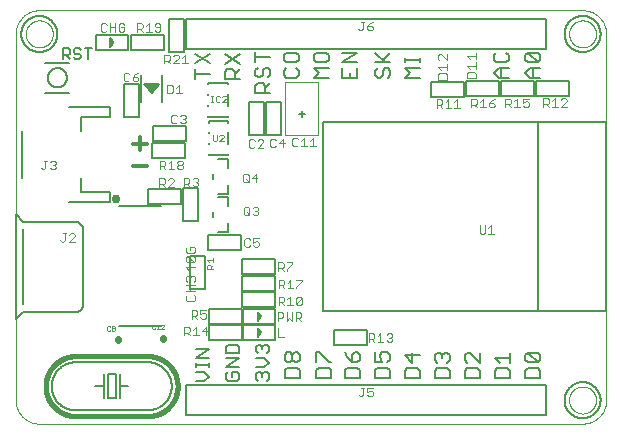
<source format=gto>
G75*
%MOIN*%
%OFA0B0*%
%FSLAX25Y25*%
%IPPOS*%
%LPD*%
%AMOC8*
5,1,8,0,0,1.08239X$1,22.5*
%
%ADD10C,0.00700*%
%ADD11C,0.00600*%
%ADD12C,0.00000*%
%ADD13C,0.00100*%
%ADD14C,0.00800*%
%ADD15C,0.00400*%
%ADD16C,0.01200*%
%ADD17C,0.00500*%
%ADD18C,0.00300*%
%ADD19C,0.01600*%
%ADD20C,0.02200*%
%ADD21C,0.03000*%
D10*
X0082927Y0113502D02*
X0082927Y0115954D01*
X0083744Y0116771D01*
X0085379Y0116771D01*
X0086196Y0115954D01*
X0086196Y0113502D01*
X0086196Y0115136D02*
X0087831Y0116771D01*
X0087014Y0118658D02*
X0087831Y0119475D01*
X0087831Y0121110D01*
X0087014Y0121927D01*
X0086196Y0121927D01*
X0085379Y0121110D01*
X0085379Y0119475D01*
X0084562Y0118658D01*
X0083744Y0118658D01*
X0082927Y0119475D01*
X0082927Y0121110D01*
X0083744Y0121927D01*
X0082927Y0123814D02*
X0082927Y0127084D01*
X0082927Y0125449D02*
X0087831Y0125449D01*
X0092427Y0126110D02*
X0092427Y0124475D01*
X0093244Y0123658D01*
X0096514Y0123658D01*
X0097331Y0124475D01*
X0097331Y0126110D01*
X0096514Y0126927D01*
X0093244Y0126927D01*
X0092427Y0126110D01*
X0093244Y0121771D02*
X0092427Y0120954D01*
X0092427Y0119319D01*
X0093244Y0118502D01*
X0096514Y0118502D01*
X0097331Y0119319D01*
X0097331Y0120954D01*
X0096514Y0121771D01*
X0102427Y0121771D02*
X0107331Y0121771D01*
X0106514Y0123658D02*
X0107331Y0124475D01*
X0107331Y0126110D01*
X0106514Y0126927D01*
X0103244Y0126927D01*
X0102427Y0126110D01*
X0102427Y0124475D01*
X0103244Y0123658D01*
X0106514Y0123658D01*
X0104062Y0120136D02*
X0102427Y0121771D01*
X0104062Y0120136D02*
X0102427Y0118502D01*
X0107331Y0118502D01*
X0111927Y0118502D02*
X0116831Y0118502D01*
X0116831Y0121771D01*
X0116831Y0123658D02*
X0111927Y0123658D01*
X0116831Y0126927D01*
X0111927Y0126927D01*
X0111927Y0121771D02*
X0111927Y0118502D01*
X0114379Y0118502D02*
X0114379Y0120136D01*
X0122927Y0119319D02*
X0123744Y0118502D01*
X0124562Y0118502D01*
X0125379Y0119319D01*
X0125379Y0120954D01*
X0126196Y0121771D01*
X0127014Y0121771D01*
X0127831Y0120954D01*
X0127831Y0119319D01*
X0127014Y0118502D01*
X0122927Y0119319D02*
X0122927Y0120954D01*
X0123744Y0121771D01*
X0122927Y0123658D02*
X0127831Y0123658D01*
X0126196Y0123658D02*
X0122927Y0126927D01*
X0125379Y0124475D02*
X0127831Y0126927D01*
X0132927Y0125293D02*
X0132927Y0123658D01*
X0132927Y0124475D02*
X0137831Y0124475D01*
X0137831Y0123658D02*
X0137831Y0125293D01*
X0137831Y0121771D02*
X0132927Y0121771D01*
X0134562Y0120136D01*
X0132927Y0118502D01*
X0137831Y0118502D01*
X0162427Y0120136D02*
X0164062Y0118502D01*
X0167331Y0118502D01*
X0164879Y0118502D02*
X0164879Y0121771D01*
X0164062Y0121771D02*
X0162427Y0120136D01*
X0164062Y0121771D02*
X0167331Y0121771D01*
X0166514Y0123658D02*
X0167331Y0124475D01*
X0167331Y0126110D01*
X0166514Y0126927D01*
X0166514Y0123658D02*
X0163244Y0123658D01*
X0162427Y0124475D01*
X0162427Y0126110D01*
X0163244Y0126927D01*
X0172927Y0126110D02*
X0172927Y0124475D01*
X0173744Y0123658D01*
X0177014Y0123658D01*
X0173744Y0126927D01*
X0177014Y0126927D01*
X0177831Y0126110D01*
X0177831Y0124475D01*
X0177014Y0123658D01*
X0177831Y0121771D02*
X0174562Y0121771D01*
X0172927Y0120136D01*
X0174562Y0118502D01*
X0177831Y0118502D01*
X0175379Y0118502D02*
X0175379Y0121771D01*
X0172927Y0126110D02*
X0173744Y0126927D01*
X0087831Y0113502D02*
X0082927Y0113502D01*
X0077650Y0118100D02*
X0072746Y0118100D01*
X0072746Y0120552D01*
X0073563Y0121369D01*
X0075198Y0121369D01*
X0076015Y0120552D01*
X0076015Y0118100D01*
X0076015Y0119735D02*
X0077650Y0121369D01*
X0077650Y0123256D02*
X0072746Y0126526D01*
X0072746Y0123256D02*
X0077650Y0126526D01*
X0067633Y0126574D02*
X0062728Y0123304D01*
X0062728Y0121417D02*
X0062728Y0118148D01*
X0062728Y0119783D02*
X0067633Y0119783D01*
X0067633Y0123304D02*
X0062728Y0126574D01*
X0172927Y0026110D02*
X0173744Y0026927D01*
X0177014Y0023658D01*
X0177831Y0024475D01*
X0177831Y0026110D01*
X0177014Y0026927D01*
X0173744Y0026927D01*
X0172927Y0026110D02*
X0172927Y0024475D01*
X0173744Y0023658D01*
X0177014Y0023658D01*
X0177014Y0021771D02*
X0173744Y0021771D01*
X0172927Y0020954D01*
X0172927Y0018502D01*
X0177831Y0018502D01*
X0177831Y0020954D01*
X0177014Y0021771D01*
D11*
X0167720Y0020851D02*
X0167720Y0018349D01*
X0162715Y0018349D01*
X0162715Y0020851D01*
X0163549Y0021685D01*
X0166886Y0021685D01*
X0167720Y0020851D01*
X0167720Y0023506D02*
X0167720Y0026842D01*
X0167720Y0025174D02*
X0162715Y0025174D01*
X0164384Y0023506D01*
X0157743Y0023482D02*
X0154407Y0026818D01*
X0153573Y0026818D01*
X0152739Y0025984D01*
X0152739Y0024316D01*
X0153573Y0023482D01*
X0153573Y0021662D02*
X0152739Y0020828D01*
X0152739Y0018326D01*
X0157743Y0018326D01*
X0157743Y0020828D01*
X0156909Y0021662D01*
X0153573Y0021662D01*
X0157743Y0023482D02*
X0157743Y0026818D01*
X0147743Y0025984D02*
X0147743Y0024316D01*
X0146909Y0023482D01*
X0146909Y0021662D02*
X0143573Y0021662D01*
X0142739Y0020828D01*
X0142739Y0018326D01*
X0147743Y0018326D01*
X0147743Y0020828D01*
X0146909Y0021662D01*
X0143573Y0023482D02*
X0142739Y0024316D01*
X0142739Y0025984D01*
X0143573Y0026818D01*
X0144407Y0026818D01*
X0145241Y0025984D01*
X0146075Y0026818D01*
X0146909Y0026818D01*
X0147743Y0025984D01*
X0145241Y0025984D02*
X0145241Y0025150D01*
X0137743Y0025984D02*
X0132739Y0025984D01*
X0135241Y0023482D01*
X0135241Y0026818D01*
X0133573Y0021662D02*
X0132739Y0020828D01*
X0132739Y0018326D01*
X0137743Y0018326D01*
X0137743Y0020828D01*
X0136909Y0021662D01*
X0133573Y0021662D01*
X0127700Y0021052D02*
X0126866Y0021886D01*
X0123530Y0021886D01*
X0122696Y0021052D01*
X0122696Y0018550D01*
X0127700Y0018550D01*
X0127700Y0021052D01*
X0126866Y0023706D02*
X0127700Y0024540D01*
X0127700Y0026209D01*
X0126866Y0027043D01*
X0125198Y0027043D01*
X0124364Y0026209D01*
X0124364Y0025374D01*
X0125198Y0023706D01*
X0122696Y0023706D01*
X0122696Y0027043D01*
X0117700Y0026209D02*
X0117700Y0024540D01*
X0116866Y0023706D01*
X0115198Y0023706D01*
X0115198Y0026209D01*
X0116032Y0027043D01*
X0116866Y0027043D01*
X0117700Y0026209D01*
X0115198Y0023706D02*
X0113530Y0025374D01*
X0112696Y0027043D01*
X0108200Y0023706D02*
X0107366Y0023706D01*
X0104030Y0027043D01*
X0103196Y0027043D01*
X0103196Y0023706D01*
X0104030Y0021886D02*
X0103196Y0021052D01*
X0103196Y0018550D01*
X0108200Y0018550D01*
X0108200Y0021052D01*
X0107366Y0021886D01*
X0104030Y0021886D01*
X0097700Y0021052D02*
X0097700Y0018550D01*
X0092696Y0018550D01*
X0092696Y0021052D01*
X0093530Y0021886D01*
X0096866Y0021886D01*
X0097700Y0021052D01*
X0096866Y0023706D02*
X0096032Y0023706D01*
X0095198Y0024540D01*
X0095198Y0026209D01*
X0096032Y0027043D01*
X0096866Y0027043D01*
X0097700Y0026209D01*
X0097700Y0024540D01*
X0096866Y0023706D01*
X0095198Y0024540D02*
X0094364Y0023706D01*
X0093530Y0023706D01*
X0092696Y0024540D01*
X0092696Y0026209D01*
X0093530Y0027043D01*
X0094364Y0027043D01*
X0095198Y0026209D01*
X0087381Y0027393D02*
X0086647Y0026659D01*
X0087381Y0027393D02*
X0087381Y0028861D01*
X0086647Y0029595D01*
X0085913Y0029595D01*
X0085179Y0028861D01*
X0085179Y0028127D01*
X0085179Y0028861D02*
X0084445Y0029595D01*
X0083711Y0029595D01*
X0082977Y0028861D01*
X0082977Y0027393D01*
X0083711Y0026659D01*
X0082977Y0024991D02*
X0085913Y0024991D01*
X0087381Y0023523D01*
X0085913Y0022055D01*
X0082977Y0022055D01*
X0083711Y0020387D02*
X0084445Y0020387D01*
X0085179Y0019653D01*
X0085913Y0020387D01*
X0086647Y0020387D01*
X0087381Y0019653D01*
X0087381Y0018186D01*
X0086647Y0017452D01*
X0085179Y0018919D02*
X0085179Y0019653D01*
X0083711Y0020387D02*
X0082977Y0019653D01*
X0082977Y0018186D01*
X0083711Y0017452D01*
X0077381Y0018186D02*
X0077381Y0019653D01*
X0076647Y0020387D01*
X0075179Y0020387D01*
X0075179Y0018919D01*
X0073711Y0017452D02*
X0076647Y0017452D01*
X0077381Y0018186D01*
X0073711Y0017452D02*
X0072977Y0018186D01*
X0072977Y0019653D01*
X0073711Y0020387D01*
X0072977Y0022055D02*
X0077381Y0024991D01*
X0072977Y0024991D01*
X0072977Y0026659D02*
X0072977Y0028861D01*
X0073711Y0029595D01*
X0076647Y0029595D01*
X0077381Y0028861D01*
X0077381Y0026659D01*
X0072977Y0026659D01*
X0072977Y0022055D02*
X0077381Y0022055D01*
X0067381Y0022055D02*
X0067381Y0023523D01*
X0067381Y0022789D02*
X0062977Y0022789D01*
X0062977Y0022055D02*
X0062977Y0023523D01*
X0062977Y0025125D02*
X0067381Y0028061D01*
X0062977Y0028061D01*
X0062977Y0025125D02*
X0067381Y0025125D01*
X0065913Y0020387D02*
X0062977Y0020387D01*
X0065913Y0020387D02*
X0067381Y0018919D01*
X0065913Y0017452D01*
X0062977Y0017452D01*
X0047000Y0023750D02*
X0047195Y0023748D01*
X0047390Y0023741D01*
X0047584Y0023729D01*
X0047778Y0023712D01*
X0047972Y0023691D01*
X0048165Y0023665D01*
X0048357Y0023634D01*
X0048549Y0023599D01*
X0048739Y0023559D01*
X0048929Y0023514D01*
X0049118Y0023465D01*
X0049305Y0023411D01*
X0049491Y0023352D01*
X0049675Y0023290D01*
X0049858Y0023222D01*
X0050039Y0023150D01*
X0050218Y0023074D01*
X0050396Y0022994D01*
X0050571Y0022909D01*
X0050744Y0022820D01*
X0050915Y0022726D01*
X0051084Y0022629D01*
X0051250Y0022527D01*
X0051414Y0022422D01*
X0051575Y0022313D01*
X0051734Y0022199D01*
X0051889Y0022082D01*
X0052042Y0021961D01*
X0052192Y0021836D01*
X0052339Y0021708D01*
X0052482Y0021576D01*
X0052622Y0021441D01*
X0052759Y0021303D01*
X0052893Y0021161D01*
X0053023Y0021016D01*
X0053149Y0020867D01*
X0053272Y0020716D01*
X0053391Y0020562D01*
X0053506Y0020405D01*
X0053618Y0020245D01*
X0053725Y0020083D01*
X0053829Y0019918D01*
X0053928Y0019750D01*
X0054024Y0019580D01*
X0054115Y0019408D01*
X0054202Y0019234D01*
X0054284Y0019057D01*
X0054363Y0018879D01*
X0054437Y0018699D01*
X0054506Y0018517D01*
X0054572Y0018333D01*
X0054632Y0018148D01*
X0054688Y0017961D01*
X0054740Y0017773D01*
X0054787Y0017584D01*
X0054829Y0017394D01*
X0054867Y0017203D01*
X0054900Y0017011D01*
X0054928Y0016818D01*
X0054952Y0016625D01*
X0054971Y0016431D01*
X0054985Y0016237D01*
X0054995Y0016042D01*
X0054999Y0015847D01*
X0054999Y0015653D01*
X0054995Y0015458D01*
X0054985Y0015263D01*
X0054971Y0015069D01*
X0054952Y0014875D01*
X0054928Y0014682D01*
X0054900Y0014489D01*
X0054867Y0014297D01*
X0054829Y0014106D01*
X0054787Y0013916D01*
X0054740Y0013727D01*
X0054688Y0013539D01*
X0054632Y0013352D01*
X0054572Y0013167D01*
X0054506Y0012983D01*
X0054437Y0012801D01*
X0054363Y0012621D01*
X0054284Y0012443D01*
X0054202Y0012266D01*
X0054115Y0012092D01*
X0054024Y0011920D01*
X0053928Y0011750D01*
X0053829Y0011582D01*
X0053725Y0011417D01*
X0053618Y0011255D01*
X0053506Y0011095D01*
X0053391Y0010938D01*
X0053272Y0010784D01*
X0053149Y0010633D01*
X0053023Y0010484D01*
X0052893Y0010339D01*
X0052759Y0010197D01*
X0052622Y0010059D01*
X0052482Y0009924D01*
X0052339Y0009792D01*
X0052192Y0009664D01*
X0052042Y0009539D01*
X0051889Y0009418D01*
X0051734Y0009301D01*
X0051575Y0009187D01*
X0051414Y0009078D01*
X0051250Y0008973D01*
X0051084Y0008871D01*
X0050915Y0008774D01*
X0050744Y0008680D01*
X0050571Y0008591D01*
X0050396Y0008506D01*
X0050218Y0008426D01*
X0050039Y0008350D01*
X0049858Y0008278D01*
X0049675Y0008210D01*
X0049491Y0008148D01*
X0049305Y0008089D01*
X0049118Y0008035D01*
X0048929Y0007986D01*
X0048739Y0007941D01*
X0048549Y0007901D01*
X0048357Y0007866D01*
X0048165Y0007835D01*
X0047972Y0007809D01*
X0047778Y0007788D01*
X0047584Y0007771D01*
X0047390Y0007759D01*
X0047195Y0007752D01*
X0047000Y0007750D01*
X0023000Y0007750D01*
X0032300Y0011750D02*
X0032300Y0015750D01*
X0032300Y0019750D01*
X0033800Y0019750D02*
X0033800Y0011750D01*
X0036300Y0011750D01*
X0036300Y0019750D01*
X0033800Y0019750D01*
X0037700Y0019750D02*
X0037700Y0015750D01*
X0040500Y0015750D01*
X0037700Y0015750D02*
X0037700Y0011750D01*
X0032300Y0015750D02*
X0029500Y0015750D01*
X0023000Y0023750D02*
X0022805Y0023748D01*
X0022610Y0023741D01*
X0022416Y0023729D01*
X0022222Y0023712D01*
X0022028Y0023691D01*
X0021835Y0023665D01*
X0021643Y0023634D01*
X0021451Y0023599D01*
X0021261Y0023559D01*
X0021071Y0023514D01*
X0020882Y0023465D01*
X0020695Y0023411D01*
X0020509Y0023352D01*
X0020325Y0023290D01*
X0020142Y0023222D01*
X0019961Y0023150D01*
X0019782Y0023074D01*
X0019604Y0022994D01*
X0019429Y0022909D01*
X0019256Y0022820D01*
X0019085Y0022726D01*
X0018916Y0022629D01*
X0018750Y0022527D01*
X0018586Y0022422D01*
X0018425Y0022313D01*
X0018266Y0022199D01*
X0018111Y0022082D01*
X0017958Y0021961D01*
X0017808Y0021836D01*
X0017661Y0021708D01*
X0017518Y0021576D01*
X0017378Y0021441D01*
X0017241Y0021303D01*
X0017107Y0021161D01*
X0016977Y0021016D01*
X0016851Y0020867D01*
X0016728Y0020716D01*
X0016609Y0020562D01*
X0016494Y0020405D01*
X0016382Y0020245D01*
X0016275Y0020083D01*
X0016171Y0019918D01*
X0016072Y0019750D01*
X0015976Y0019580D01*
X0015885Y0019408D01*
X0015798Y0019234D01*
X0015716Y0019057D01*
X0015637Y0018879D01*
X0015563Y0018699D01*
X0015494Y0018517D01*
X0015428Y0018333D01*
X0015368Y0018148D01*
X0015312Y0017961D01*
X0015260Y0017773D01*
X0015213Y0017584D01*
X0015171Y0017394D01*
X0015133Y0017203D01*
X0015100Y0017011D01*
X0015072Y0016818D01*
X0015048Y0016625D01*
X0015029Y0016431D01*
X0015015Y0016237D01*
X0015005Y0016042D01*
X0015001Y0015847D01*
X0015001Y0015653D01*
X0015005Y0015458D01*
X0015015Y0015263D01*
X0015029Y0015069D01*
X0015048Y0014875D01*
X0015072Y0014682D01*
X0015100Y0014489D01*
X0015133Y0014297D01*
X0015171Y0014106D01*
X0015213Y0013916D01*
X0015260Y0013727D01*
X0015312Y0013539D01*
X0015368Y0013352D01*
X0015428Y0013167D01*
X0015494Y0012983D01*
X0015563Y0012801D01*
X0015637Y0012621D01*
X0015716Y0012443D01*
X0015798Y0012266D01*
X0015885Y0012092D01*
X0015976Y0011920D01*
X0016072Y0011750D01*
X0016171Y0011582D01*
X0016275Y0011417D01*
X0016382Y0011255D01*
X0016494Y0011095D01*
X0016609Y0010938D01*
X0016728Y0010784D01*
X0016851Y0010633D01*
X0016977Y0010484D01*
X0017107Y0010339D01*
X0017241Y0010197D01*
X0017378Y0010059D01*
X0017518Y0009924D01*
X0017661Y0009792D01*
X0017808Y0009664D01*
X0017958Y0009539D01*
X0018111Y0009418D01*
X0018266Y0009301D01*
X0018425Y0009187D01*
X0018586Y0009078D01*
X0018750Y0008973D01*
X0018916Y0008871D01*
X0019085Y0008774D01*
X0019256Y0008680D01*
X0019429Y0008591D01*
X0019604Y0008506D01*
X0019782Y0008426D01*
X0019961Y0008350D01*
X0020142Y0008278D01*
X0020325Y0008210D01*
X0020509Y0008148D01*
X0020695Y0008089D01*
X0020882Y0008035D01*
X0021071Y0007986D01*
X0021261Y0007941D01*
X0021451Y0007901D01*
X0021643Y0007866D01*
X0021835Y0007835D01*
X0022028Y0007809D01*
X0022222Y0007788D01*
X0022416Y0007771D01*
X0022610Y0007759D01*
X0022805Y0007752D01*
X0023000Y0007750D01*
X0023000Y0023750D02*
X0047000Y0023750D01*
X0112696Y0021052D02*
X0112696Y0018550D01*
X0117700Y0018550D01*
X0117700Y0021052D01*
X0116866Y0021886D01*
X0113530Y0021886D01*
X0112696Y0021052D01*
X0073746Y0092659D02*
X0067365Y0092659D01*
X0067365Y0093141D01*
X0067365Y0096311D02*
X0067365Y0096685D01*
X0067365Y0100052D02*
X0067365Y0100425D01*
X0067365Y0103595D02*
X0067365Y0104077D01*
X0073746Y0104077D01*
X0073746Y0103595D01*
X0073614Y0105585D02*
X0073614Y0105955D01*
X0073614Y0105585D02*
X0067236Y0105585D01*
X0067236Y0105955D01*
X0067236Y0109128D02*
X0067236Y0109498D01*
X0067236Y0112868D02*
X0067236Y0113238D01*
X0067236Y0116411D02*
X0067236Y0116781D01*
X0073614Y0116781D01*
X0073614Y0116411D01*
X0073614Y0113238D02*
X0073614Y0109128D01*
X0073746Y0100425D02*
X0073746Y0096311D01*
X0073746Y0093141D02*
X0073746Y0092659D01*
D12*
X0010874Y0003250D02*
X0191976Y0003250D01*
X0192166Y0003252D01*
X0192356Y0003259D01*
X0192546Y0003271D01*
X0192736Y0003287D01*
X0192925Y0003307D01*
X0193114Y0003333D01*
X0193302Y0003362D01*
X0193489Y0003397D01*
X0193675Y0003436D01*
X0193860Y0003479D01*
X0194045Y0003527D01*
X0194228Y0003579D01*
X0194409Y0003635D01*
X0194589Y0003696D01*
X0194768Y0003762D01*
X0194945Y0003831D01*
X0195121Y0003905D01*
X0195294Y0003983D01*
X0195466Y0004066D01*
X0195635Y0004152D01*
X0195803Y0004242D01*
X0195968Y0004337D01*
X0196131Y0004435D01*
X0196291Y0004538D01*
X0196449Y0004644D01*
X0196604Y0004754D01*
X0196757Y0004867D01*
X0196907Y0004985D01*
X0197053Y0005106D01*
X0197197Y0005230D01*
X0197338Y0005358D01*
X0197476Y0005489D01*
X0197611Y0005624D01*
X0197742Y0005762D01*
X0197870Y0005903D01*
X0197994Y0006047D01*
X0198115Y0006193D01*
X0198233Y0006343D01*
X0198346Y0006496D01*
X0198456Y0006651D01*
X0198562Y0006809D01*
X0198665Y0006969D01*
X0198763Y0007132D01*
X0198858Y0007297D01*
X0198948Y0007465D01*
X0199034Y0007634D01*
X0199117Y0007806D01*
X0199195Y0007979D01*
X0199269Y0008155D01*
X0199338Y0008332D01*
X0199404Y0008511D01*
X0199465Y0008691D01*
X0199521Y0008872D01*
X0199573Y0009055D01*
X0199621Y0009240D01*
X0199664Y0009425D01*
X0199703Y0009611D01*
X0199738Y0009798D01*
X0199767Y0009986D01*
X0199793Y0010175D01*
X0199813Y0010364D01*
X0199829Y0010554D01*
X0199841Y0010744D01*
X0199848Y0010934D01*
X0199850Y0011124D01*
X0199850Y0133171D01*
X0199848Y0133361D01*
X0199841Y0133551D01*
X0199829Y0133741D01*
X0199813Y0133931D01*
X0199793Y0134120D01*
X0199767Y0134309D01*
X0199738Y0134497D01*
X0199703Y0134684D01*
X0199664Y0134870D01*
X0199621Y0135055D01*
X0199573Y0135240D01*
X0199521Y0135423D01*
X0199465Y0135604D01*
X0199404Y0135784D01*
X0199338Y0135963D01*
X0199269Y0136140D01*
X0199195Y0136316D01*
X0199117Y0136489D01*
X0199034Y0136661D01*
X0198948Y0136830D01*
X0198858Y0136998D01*
X0198763Y0137163D01*
X0198665Y0137326D01*
X0198562Y0137486D01*
X0198456Y0137644D01*
X0198346Y0137799D01*
X0198233Y0137952D01*
X0198115Y0138102D01*
X0197994Y0138248D01*
X0197870Y0138392D01*
X0197742Y0138533D01*
X0197611Y0138671D01*
X0197476Y0138806D01*
X0197338Y0138937D01*
X0197197Y0139065D01*
X0197053Y0139189D01*
X0196907Y0139310D01*
X0196757Y0139428D01*
X0196604Y0139541D01*
X0196449Y0139651D01*
X0196291Y0139757D01*
X0196131Y0139860D01*
X0195968Y0139958D01*
X0195803Y0140053D01*
X0195635Y0140143D01*
X0195466Y0140229D01*
X0195294Y0140312D01*
X0195121Y0140390D01*
X0194945Y0140464D01*
X0194768Y0140533D01*
X0194589Y0140599D01*
X0194409Y0140660D01*
X0194228Y0140716D01*
X0194045Y0140768D01*
X0193860Y0140816D01*
X0193675Y0140859D01*
X0193489Y0140898D01*
X0193302Y0140933D01*
X0193114Y0140962D01*
X0192925Y0140988D01*
X0192736Y0141008D01*
X0192546Y0141024D01*
X0192356Y0141036D01*
X0192166Y0141043D01*
X0191976Y0141045D01*
X0010874Y0141045D01*
X0010684Y0141043D01*
X0010494Y0141036D01*
X0010304Y0141024D01*
X0010114Y0141008D01*
X0009925Y0140988D01*
X0009736Y0140962D01*
X0009548Y0140933D01*
X0009361Y0140898D01*
X0009175Y0140859D01*
X0008990Y0140816D01*
X0008805Y0140768D01*
X0008622Y0140716D01*
X0008441Y0140660D01*
X0008261Y0140599D01*
X0008082Y0140533D01*
X0007905Y0140464D01*
X0007729Y0140390D01*
X0007556Y0140312D01*
X0007384Y0140229D01*
X0007215Y0140143D01*
X0007047Y0140053D01*
X0006882Y0139958D01*
X0006719Y0139860D01*
X0006559Y0139757D01*
X0006401Y0139651D01*
X0006246Y0139541D01*
X0006093Y0139428D01*
X0005943Y0139310D01*
X0005797Y0139189D01*
X0005653Y0139065D01*
X0005512Y0138937D01*
X0005374Y0138806D01*
X0005239Y0138671D01*
X0005108Y0138533D01*
X0004980Y0138392D01*
X0004856Y0138248D01*
X0004735Y0138102D01*
X0004617Y0137952D01*
X0004504Y0137799D01*
X0004394Y0137644D01*
X0004288Y0137486D01*
X0004185Y0137326D01*
X0004087Y0137163D01*
X0003992Y0136998D01*
X0003902Y0136830D01*
X0003816Y0136661D01*
X0003733Y0136489D01*
X0003655Y0136316D01*
X0003581Y0136140D01*
X0003512Y0135963D01*
X0003446Y0135784D01*
X0003385Y0135604D01*
X0003329Y0135423D01*
X0003277Y0135240D01*
X0003229Y0135055D01*
X0003186Y0134870D01*
X0003147Y0134684D01*
X0003112Y0134497D01*
X0003083Y0134309D01*
X0003057Y0134120D01*
X0003037Y0133931D01*
X0003021Y0133741D01*
X0003009Y0133551D01*
X0003002Y0133361D01*
X0003000Y0133171D01*
X0003000Y0011124D01*
X0003002Y0010934D01*
X0003009Y0010744D01*
X0003021Y0010554D01*
X0003037Y0010364D01*
X0003057Y0010175D01*
X0003083Y0009986D01*
X0003112Y0009798D01*
X0003147Y0009611D01*
X0003186Y0009425D01*
X0003229Y0009240D01*
X0003277Y0009055D01*
X0003329Y0008872D01*
X0003385Y0008691D01*
X0003446Y0008511D01*
X0003512Y0008332D01*
X0003581Y0008155D01*
X0003655Y0007979D01*
X0003733Y0007806D01*
X0003816Y0007634D01*
X0003902Y0007465D01*
X0003992Y0007297D01*
X0004087Y0007132D01*
X0004185Y0006969D01*
X0004288Y0006809D01*
X0004394Y0006651D01*
X0004504Y0006496D01*
X0004617Y0006343D01*
X0004735Y0006193D01*
X0004856Y0006047D01*
X0004980Y0005903D01*
X0005108Y0005762D01*
X0005239Y0005624D01*
X0005374Y0005489D01*
X0005512Y0005358D01*
X0005653Y0005230D01*
X0005797Y0005106D01*
X0005943Y0004985D01*
X0006093Y0004867D01*
X0006246Y0004754D01*
X0006401Y0004644D01*
X0006559Y0004538D01*
X0006719Y0004435D01*
X0006882Y0004337D01*
X0007047Y0004242D01*
X0007215Y0004152D01*
X0007384Y0004066D01*
X0007556Y0003983D01*
X0007729Y0003905D01*
X0007905Y0003831D01*
X0008082Y0003762D01*
X0008261Y0003696D01*
X0008441Y0003635D01*
X0008622Y0003579D01*
X0008805Y0003527D01*
X0008990Y0003479D01*
X0009175Y0003436D01*
X0009361Y0003397D01*
X0009548Y0003362D01*
X0009736Y0003333D01*
X0009925Y0003307D01*
X0010114Y0003287D01*
X0010304Y0003271D01*
X0010494Y0003259D01*
X0010684Y0003252D01*
X0010874Y0003250D01*
D13*
X0033800Y0034300D02*
X0034301Y0034300D01*
X0034551Y0034550D01*
X0035023Y0034550D02*
X0035023Y0034800D01*
X0035273Y0035051D01*
X0035774Y0035051D01*
X0036024Y0034800D01*
X0036024Y0034550D01*
X0035774Y0034300D01*
X0035273Y0034300D01*
X0035023Y0034550D01*
X0035273Y0035051D02*
X0035023Y0035301D01*
X0035023Y0035551D01*
X0035273Y0035801D01*
X0035774Y0035801D01*
X0036024Y0035551D01*
X0036024Y0035301D01*
X0035774Y0035051D01*
X0034551Y0035551D02*
X0034301Y0035801D01*
X0033800Y0035801D01*
X0033550Y0035551D01*
X0033550Y0034550D01*
X0033800Y0034300D01*
X0048550Y0035050D02*
X0048800Y0034800D01*
X0049301Y0034800D01*
X0049551Y0035050D01*
X0050023Y0034800D02*
X0051024Y0034800D01*
X0051497Y0034800D02*
X0052497Y0035801D01*
X0052497Y0036051D01*
X0052247Y0036301D01*
X0051747Y0036301D01*
X0051497Y0036051D01*
X0050524Y0036301D02*
X0050524Y0034800D01*
X0051497Y0034800D02*
X0052497Y0034800D01*
X0050524Y0036301D02*
X0050023Y0035801D01*
X0049551Y0036051D02*
X0049301Y0036301D01*
X0048800Y0036301D01*
X0048550Y0036051D01*
X0048550Y0035050D01*
X0006374Y0133171D02*
X0006376Y0133305D01*
X0006382Y0133439D01*
X0006392Y0133572D01*
X0006406Y0133706D01*
X0006424Y0133839D01*
X0006446Y0133971D01*
X0006471Y0134102D01*
X0006501Y0134233D01*
X0006535Y0134363D01*
X0006572Y0134491D01*
X0006613Y0134619D01*
X0006658Y0134745D01*
X0006707Y0134870D01*
X0006759Y0134993D01*
X0006815Y0135115D01*
X0006875Y0135235D01*
X0006938Y0135353D01*
X0007005Y0135469D01*
X0007075Y0135583D01*
X0007149Y0135695D01*
X0007226Y0135805D01*
X0007306Y0135913D01*
X0007389Y0136018D01*
X0007475Y0136120D01*
X0007564Y0136220D01*
X0007657Y0136317D01*
X0007752Y0136412D01*
X0007850Y0136503D01*
X0007950Y0136592D01*
X0008053Y0136677D01*
X0008159Y0136760D01*
X0008267Y0136839D01*
X0008377Y0136915D01*
X0008490Y0136988D01*
X0008605Y0137057D01*
X0008721Y0137123D01*
X0008840Y0137185D01*
X0008960Y0137244D01*
X0009083Y0137299D01*
X0009206Y0137351D01*
X0009331Y0137398D01*
X0009458Y0137442D01*
X0009586Y0137483D01*
X0009715Y0137519D01*
X0009845Y0137552D01*
X0009976Y0137580D01*
X0010107Y0137605D01*
X0010240Y0137626D01*
X0010373Y0137643D01*
X0010506Y0137656D01*
X0010640Y0137665D01*
X0010774Y0137670D01*
X0010908Y0137671D01*
X0011041Y0137668D01*
X0011175Y0137661D01*
X0011309Y0137650D01*
X0011442Y0137635D01*
X0011575Y0137616D01*
X0011707Y0137593D01*
X0011838Y0137567D01*
X0011968Y0137536D01*
X0012098Y0137501D01*
X0012226Y0137463D01*
X0012353Y0137421D01*
X0012479Y0137375D01*
X0012604Y0137325D01*
X0012727Y0137272D01*
X0012848Y0137215D01*
X0012968Y0137154D01*
X0013085Y0137090D01*
X0013201Y0137023D01*
X0013315Y0136952D01*
X0013426Y0136877D01*
X0013535Y0136800D01*
X0013642Y0136719D01*
X0013747Y0136635D01*
X0013848Y0136548D01*
X0013948Y0136458D01*
X0014044Y0136365D01*
X0014138Y0136269D01*
X0014229Y0136170D01*
X0014316Y0136069D01*
X0014401Y0135965D01*
X0014483Y0135859D01*
X0014561Y0135751D01*
X0014636Y0135640D01*
X0014708Y0135527D01*
X0014777Y0135411D01*
X0014842Y0135294D01*
X0014903Y0135175D01*
X0014961Y0135054D01*
X0015015Y0134932D01*
X0015066Y0134808D01*
X0015113Y0134682D01*
X0015156Y0134555D01*
X0015195Y0134427D01*
X0015231Y0134298D01*
X0015262Y0134168D01*
X0015290Y0134037D01*
X0015314Y0133905D01*
X0015334Y0133772D01*
X0015350Y0133639D01*
X0015362Y0133506D01*
X0015370Y0133372D01*
X0015374Y0133238D01*
X0015374Y0133104D01*
X0015370Y0132970D01*
X0015362Y0132836D01*
X0015350Y0132703D01*
X0015334Y0132570D01*
X0015314Y0132437D01*
X0015290Y0132305D01*
X0015262Y0132174D01*
X0015231Y0132044D01*
X0015195Y0131915D01*
X0015156Y0131787D01*
X0015113Y0131660D01*
X0015066Y0131534D01*
X0015015Y0131410D01*
X0014961Y0131288D01*
X0014903Y0131167D01*
X0014842Y0131048D01*
X0014777Y0130931D01*
X0014708Y0130815D01*
X0014636Y0130702D01*
X0014561Y0130591D01*
X0014483Y0130483D01*
X0014401Y0130377D01*
X0014316Y0130273D01*
X0014229Y0130172D01*
X0014138Y0130073D01*
X0014044Y0129977D01*
X0013948Y0129884D01*
X0013848Y0129794D01*
X0013747Y0129707D01*
X0013642Y0129623D01*
X0013535Y0129542D01*
X0013426Y0129465D01*
X0013315Y0129390D01*
X0013201Y0129319D01*
X0013085Y0129252D01*
X0012968Y0129188D01*
X0012848Y0129127D01*
X0012727Y0129070D01*
X0012604Y0129017D01*
X0012479Y0128967D01*
X0012353Y0128921D01*
X0012226Y0128879D01*
X0012098Y0128841D01*
X0011968Y0128806D01*
X0011838Y0128775D01*
X0011707Y0128749D01*
X0011575Y0128726D01*
X0011442Y0128707D01*
X0011309Y0128692D01*
X0011175Y0128681D01*
X0011041Y0128674D01*
X0010908Y0128671D01*
X0010774Y0128672D01*
X0010640Y0128677D01*
X0010506Y0128686D01*
X0010373Y0128699D01*
X0010240Y0128716D01*
X0010107Y0128737D01*
X0009976Y0128762D01*
X0009845Y0128790D01*
X0009715Y0128823D01*
X0009586Y0128859D01*
X0009458Y0128900D01*
X0009331Y0128944D01*
X0009206Y0128991D01*
X0009083Y0129043D01*
X0008960Y0129098D01*
X0008840Y0129157D01*
X0008721Y0129219D01*
X0008605Y0129285D01*
X0008490Y0129354D01*
X0008377Y0129427D01*
X0008267Y0129503D01*
X0008159Y0129582D01*
X0008053Y0129665D01*
X0007950Y0129750D01*
X0007850Y0129839D01*
X0007752Y0129930D01*
X0007657Y0130025D01*
X0007564Y0130122D01*
X0007475Y0130222D01*
X0007389Y0130324D01*
X0007306Y0130429D01*
X0007226Y0130537D01*
X0007149Y0130647D01*
X0007075Y0130759D01*
X0007005Y0130873D01*
X0006938Y0130989D01*
X0006875Y0131107D01*
X0006815Y0131227D01*
X0006759Y0131349D01*
X0006707Y0131472D01*
X0006658Y0131597D01*
X0006613Y0131723D01*
X0006572Y0131851D01*
X0006535Y0131979D01*
X0006501Y0132109D01*
X0006471Y0132240D01*
X0006446Y0132371D01*
X0006424Y0132503D01*
X0006406Y0132636D01*
X0006392Y0132770D01*
X0006382Y0132903D01*
X0006376Y0133037D01*
X0006374Y0133171D01*
X0187476Y0133171D02*
X0187478Y0133305D01*
X0187484Y0133439D01*
X0187494Y0133572D01*
X0187508Y0133706D01*
X0187526Y0133839D01*
X0187548Y0133971D01*
X0187573Y0134102D01*
X0187603Y0134233D01*
X0187637Y0134363D01*
X0187674Y0134491D01*
X0187715Y0134619D01*
X0187760Y0134745D01*
X0187809Y0134870D01*
X0187861Y0134993D01*
X0187917Y0135115D01*
X0187977Y0135235D01*
X0188040Y0135353D01*
X0188107Y0135469D01*
X0188177Y0135583D01*
X0188251Y0135695D01*
X0188328Y0135805D01*
X0188408Y0135913D01*
X0188491Y0136018D01*
X0188577Y0136120D01*
X0188666Y0136220D01*
X0188759Y0136317D01*
X0188854Y0136412D01*
X0188952Y0136503D01*
X0189052Y0136592D01*
X0189155Y0136677D01*
X0189261Y0136760D01*
X0189369Y0136839D01*
X0189479Y0136915D01*
X0189592Y0136988D01*
X0189707Y0137057D01*
X0189823Y0137123D01*
X0189942Y0137185D01*
X0190062Y0137244D01*
X0190185Y0137299D01*
X0190308Y0137351D01*
X0190433Y0137398D01*
X0190560Y0137442D01*
X0190688Y0137483D01*
X0190817Y0137519D01*
X0190947Y0137552D01*
X0191078Y0137580D01*
X0191209Y0137605D01*
X0191342Y0137626D01*
X0191475Y0137643D01*
X0191608Y0137656D01*
X0191742Y0137665D01*
X0191876Y0137670D01*
X0192010Y0137671D01*
X0192143Y0137668D01*
X0192277Y0137661D01*
X0192411Y0137650D01*
X0192544Y0137635D01*
X0192677Y0137616D01*
X0192809Y0137593D01*
X0192940Y0137567D01*
X0193070Y0137536D01*
X0193200Y0137501D01*
X0193328Y0137463D01*
X0193455Y0137421D01*
X0193581Y0137375D01*
X0193706Y0137325D01*
X0193829Y0137272D01*
X0193950Y0137215D01*
X0194070Y0137154D01*
X0194187Y0137090D01*
X0194303Y0137023D01*
X0194417Y0136952D01*
X0194528Y0136877D01*
X0194637Y0136800D01*
X0194744Y0136719D01*
X0194849Y0136635D01*
X0194950Y0136548D01*
X0195050Y0136458D01*
X0195146Y0136365D01*
X0195240Y0136269D01*
X0195331Y0136170D01*
X0195418Y0136069D01*
X0195503Y0135965D01*
X0195585Y0135859D01*
X0195663Y0135751D01*
X0195738Y0135640D01*
X0195810Y0135527D01*
X0195879Y0135411D01*
X0195944Y0135294D01*
X0196005Y0135175D01*
X0196063Y0135054D01*
X0196117Y0134932D01*
X0196168Y0134808D01*
X0196215Y0134682D01*
X0196258Y0134555D01*
X0196297Y0134427D01*
X0196333Y0134298D01*
X0196364Y0134168D01*
X0196392Y0134037D01*
X0196416Y0133905D01*
X0196436Y0133772D01*
X0196452Y0133639D01*
X0196464Y0133506D01*
X0196472Y0133372D01*
X0196476Y0133238D01*
X0196476Y0133104D01*
X0196472Y0132970D01*
X0196464Y0132836D01*
X0196452Y0132703D01*
X0196436Y0132570D01*
X0196416Y0132437D01*
X0196392Y0132305D01*
X0196364Y0132174D01*
X0196333Y0132044D01*
X0196297Y0131915D01*
X0196258Y0131787D01*
X0196215Y0131660D01*
X0196168Y0131534D01*
X0196117Y0131410D01*
X0196063Y0131288D01*
X0196005Y0131167D01*
X0195944Y0131048D01*
X0195879Y0130931D01*
X0195810Y0130815D01*
X0195738Y0130702D01*
X0195663Y0130591D01*
X0195585Y0130483D01*
X0195503Y0130377D01*
X0195418Y0130273D01*
X0195331Y0130172D01*
X0195240Y0130073D01*
X0195146Y0129977D01*
X0195050Y0129884D01*
X0194950Y0129794D01*
X0194849Y0129707D01*
X0194744Y0129623D01*
X0194637Y0129542D01*
X0194528Y0129465D01*
X0194417Y0129390D01*
X0194303Y0129319D01*
X0194187Y0129252D01*
X0194070Y0129188D01*
X0193950Y0129127D01*
X0193829Y0129070D01*
X0193706Y0129017D01*
X0193581Y0128967D01*
X0193455Y0128921D01*
X0193328Y0128879D01*
X0193200Y0128841D01*
X0193070Y0128806D01*
X0192940Y0128775D01*
X0192809Y0128749D01*
X0192677Y0128726D01*
X0192544Y0128707D01*
X0192411Y0128692D01*
X0192277Y0128681D01*
X0192143Y0128674D01*
X0192010Y0128671D01*
X0191876Y0128672D01*
X0191742Y0128677D01*
X0191608Y0128686D01*
X0191475Y0128699D01*
X0191342Y0128716D01*
X0191209Y0128737D01*
X0191078Y0128762D01*
X0190947Y0128790D01*
X0190817Y0128823D01*
X0190688Y0128859D01*
X0190560Y0128900D01*
X0190433Y0128944D01*
X0190308Y0128991D01*
X0190185Y0129043D01*
X0190062Y0129098D01*
X0189942Y0129157D01*
X0189823Y0129219D01*
X0189707Y0129285D01*
X0189592Y0129354D01*
X0189479Y0129427D01*
X0189369Y0129503D01*
X0189261Y0129582D01*
X0189155Y0129665D01*
X0189052Y0129750D01*
X0188952Y0129839D01*
X0188854Y0129930D01*
X0188759Y0130025D01*
X0188666Y0130122D01*
X0188577Y0130222D01*
X0188491Y0130324D01*
X0188408Y0130429D01*
X0188328Y0130537D01*
X0188251Y0130647D01*
X0188177Y0130759D01*
X0188107Y0130873D01*
X0188040Y0130989D01*
X0187977Y0131107D01*
X0187917Y0131227D01*
X0187861Y0131349D01*
X0187809Y0131472D01*
X0187760Y0131597D01*
X0187715Y0131723D01*
X0187674Y0131851D01*
X0187637Y0131979D01*
X0187603Y0132109D01*
X0187573Y0132240D01*
X0187548Y0132371D01*
X0187526Y0132503D01*
X0187508Y0132636D01*
X0187494Y0132770D01*
X0187484Y0132903D01*
X0187478Y0133037D01*
X0187476Y0133171D01*
X0187476Y0011124D02*
X0187478Y0011258D01*
X0187484Y0011392D01*
X0187494Y0011525D01*
X0187508Y0011659D01*
X0187526Y0011792D01*
X0187548Y0011924D01*
X0187573Y0012055D01*
X0187603Y0012186D01*
X0187637Y0012316D01*
X0187674Y0012444D01*
X0187715Y0012572D01*
X0187760Y0012698D01*
X0187809Y0012823D01*
X0187861Y0012946D01*
X0187917Y0013068D01*
X0187977Y0013188D01*
X0188040Y0013306D01*
X0188107Y0013422D01*
X0188177Y0013536D01*
X0188251Y0013648D01*
X0188328Y0013758D01*
X0188408Y0013866D01*
X0188491Y0013971D01*
X0188577Y0014073D01*
X0188666Y0014173D01*
X0188759Y0014270D01*
X0188854Y0014365D01*
X0188952Y0014456D01*
X0189052Y0014545D01*
X0189155Y0014630D01*
X0189261Y0014713D01*
X0189369Y0014792D01*
X0189479Y0014868D01*
X0189592Y0014941D01*
X0189707Y0015010D01*
X0189823Y0015076D01*
X0189942Y0015138D01*
X0190062Y0015197D01*
X0190185Y0015252D01*
X0190308Y0015304D01*
X0190433Y0015351D01*
X0190560Y0015395D01*
X0190688Y0015436D01*
X0190817Y0015472D01*
X0190947Y0015505D01*
X0191078Y0015533D01*
X0191209Y0015558D01*
X0191342Y0015579D01*
X0191475Y0015596D01*
X0191608Y0015609D01*
X0191742Y0015618D01*
X0191876Y0015623D01*
X0192010Y0015624D01*
X0192143Y0015621D01*
X0192277Y0015614D01*
X0192411Y0015603D01*
X0192544Y0015588D01*
X0192677Y0015569D01*
X0192809Y0015546D01*
X0192940Y0015520D01*
X0193070Y0015489D01*
X0193200Y0015454D01*
X0193328Y0015416D01*
X0193455Y0015374D01*
X0193581Y0015328D01*
X0193706Y0015278D01*
X0193829Y0015225D01*
X0193950Y0015168D01*
X0194070Y0015107D01*
X0194187Y0015043D01*
X0194303Y0014976D01*
X0194417Y0014905D01*
X0194528Y0014830D01*
X0194637Y0014753D01*
X0194744Y0014672D01*
X0194849Y0014588D01*
X0194950Y0014501D01*
X0195050Y0014411D01*
X0195146Y0014318D01*
X0195240Y0014222D01*
X0195331Y0014123D01*
X0195418Y0014022D01*
X0195503Y0013918D01*
X0195585Y0013812D01*
X0195663Y0013704D01*
X0195738Y0013593D01*
X0195810Y0013480D01*
X0195879Y0013364D01*
X0195944Y0013247D01*
X0196005Y0013128D01*
X0196063Y0013007D01*
X0196117Y0012885D01*
X0196168Y0012761D01*
X0196215Y0012635D01*
X0196258Y0012508D01*
X0196297Y0012380D01*
X0196333Y0012251D01*
X0196364Y0012121D01*
X0196392Y0011990D01*
X0196416Y0011858D01*
X0196436Y0011725D01*
X0196452Y0011592D01*
X0196464Y0011459D01*
X0196472Y0011325D01*
X0196476Y0011191D01*
X0196476Y0011057D01*
X0196472Y0010923D01*
X0196464Y0010789D01*
X0196452Y0010656D01*
X0196436Y0010523D01*
X0196416Y0010390D01*
X0196392Y0010258D01*
X0196364Y0010127D01*
X0196333Y0009997D01*
X0196297Y0009868D01*
X0196258Y0009740D01*
X0196215Y0009613D01*
X0196168Y0009487D01*
X0196117Y0009363D01*
X0196063Y0009241D01*
X0196005Y0009120D01*
X0195944Y0009001D01*
X0195879Y0008884D01*
X0195810Y0008768D01*
X0195738Y0008655D01*
X0195663Y0008544D01*
X0195585Y0008436D01*
X0195503Y0008330D01*
X0195418Y0008226D01*
X0195331Y0008125D01*
X0195240Y0008026D01*
X0195146Y0007930D01*
X0195050Y0007837D01*
X0194950Y0007747D01*
X0194849Y0007660D01*
X0194744Y0007576D01*
X0194637Y0007495D01*
X0194528Y0007418D01*
X0194417Y0007343D01*
X0194303Y0007272D01*
X0194187Y0007205D01*
X0194070Y0007141D01*
X0193950Y0007080D01*
X0193829Y0007023D01*
X0193706Y0006970D01*
X0193581Y0006920D01*
X0193455Y0006874D01*
X0193328Y0006832D01*
X0193200Y0006794D01*
X0193070Y0006759D01*
X0192940Y0006728D01*
X0192809Y0006702D01*
X0192677Y0006679D01*
X0192544Y0006660D01*
X0192411Y0006645D01*
X0192277Y0006634D01*
X0192143Y0006627D01*
X0192010Y0006624D01*
X0191876Y0006625D01*
X0191742Y0006630D01*
X0191608Y0006639D01*
X0191475Y0006652D01*
X0191342Y0006669D01*
X0191209Y0006690D01*
X0191078Y0006715D01*
X0190947Y0006743D01*
X0190817Y0006776D01*
X0190688Y0006812D01*
X0190560Y0006853D01*
X0190433Y0006897D01*
X0190308Y0006944D01*
X0190185Y0006996D01*
X0190062Y0007051D01*
X0189942Y0007110D01*
X0189823Y0007172D01*
X0189707Y0007238D01*
X0189592Y0007307D01*
X0189479Y0007380D01*
X0189369Y0007456D01*
X0189261Y0007535D01*
X0189155Y0007618D01*
X0189052Y0007703D01*
X0188952Y0007792D01*
X0188854Y0007883D01*
X0188759Y0007978D01*
X0188666Y0008075D01*
X0188577Y0008175D01*
X0188491Y0008277D01*
X0188408Y0008382D01*
X0188328Y0008490D01*
X0188251Y0008600D01*
X0188177Y0008712D01*
X0188107Y0008826D01*
X0188040Y0008942D01*
X0187977Y0009060D01*
X0187917Y0009180D01*
X0187861Y0009302D01*
X0187809Y0009425D01*
X0187760Y0009550D01*
X0187715Y0009676D01*
X0187674Y0009804D01*
X0187637Y0009932D01*
X0187603Y0010062D01*
X0187573Y0010193D01*
X0187548Y0010324D01*
X0187526Y0010456D01*
X0187508Y0010589D01*
X0187494Y0010723D01*
X0187484Y0010856D01*
X0187478Y0010990D01*
X0187476Y0011124D01*
D14*
X0185976Y0011124D02*
X0185978Y0011278D01*
X0185984Y0011433D01*
X0185994Y0011587D01*
X0186008Y0011741D01*
X0186026Y0011894D01*
X0186047Y0012047D01*
X0186073Y0012200D01*
X0186103Y0012351D01*
X0186136Y0012502D01*
X0186174Y0012652D01*
X0186215Y0012801D01*
X0186260Y0012949D01*
X0186309Y0013095D01*
X0186362Y0013241D01*
X0186418Y0013384D01*
X0186478Y0013527D01*
X0186542Y0013667D01*
X0186609Y0013807D01*
X0186680Y0013944D01*
X0186754Y0014079D01*
X0186832Y0014213D01*
X0186913Y0014344D01*
X0186998Y0014473D01*
X0187086Y0014601D01*
X0187177Y0014725D01*
X0187271Y0014848D01*
X0187369Y0014968D01*
X0187469Y0015085D01*
X0187573Y0015200D01*
X0187679Y0015312D01*
X0187788Y0015421D01*
X0187900Y0015527D01*
X0188015Y0015631D01*
X0188132Y0015731D01*
X0188252Y0015829D01*
X0188375Y0015923D01*
X0188499Y0016014D01*
X0188627Y0016102D01*
X0188756Y0016187D01*
X0188887Y0016268D01*
X0189021Y0016346D01*
X0189156Y0016420D01*
X0189293Y0016491D01*
X0189433Y0016558D01*
X0189573Y0016622D01*
X0189716Y0016682D01*
X0189859Y0016738D01*
X0190005Y0016791D01*
X0190151Y0016840D01*
X0190299Y0016885D01*
X0190448Y0016926D01*
X0190598Y0016964D01*
X0190749Y0016997D01*
X0190900Y0017027D01*
X0191053Y0017053D01*
X0191206Y0017074D01*
X0191359Y0017092D01*
X0191513Y0017106D01*
X0191667Y0017116D01*
X0191822Y0017122D01*
X0191976Y0017124D01*
X0192130Y0017122D01*
X0192285Y0017116D01*
X0192439Y0017106D01*
X0192593Y0017092D01*
X0192746Y0017074D01*
X0192899Y0017053D01*
X0193052Y0017027D01*
X0193203Y0016997D01*
X0193354Y0016964D01*
X0193504Y0016926D01*
X0193653Y0016885D01*
X0193801Y0016840D01*
X0193947Y0016791D01*
X0194093Y0016738D01*
X0194236Y0016682D01*
X0194379Y0016622D01*
X0194519Y0016558D01*
X0194659Y0016491D01*
X0194796Y0016420D01*
X0194931Y0016346D01*
X0195065Y0016268D01*
X0195196Y0016187D01*
X0195325Y0016102D01*
X0195453Y0016014D01*
X0195577Y0015923D01*
X0195700Y0015829D01*
X0195820Y0015731D01*
X0195937Y0015631D01*
X0196052Y0015527D01*
X0196164Y0015421D01*
X0196273Y0015312D01*
X0196379Y0015200D01*
X0196483Y0015085D01*
X0196583Y0014968D01*
X0196681Y0014848D01*
X0196775Y0014725D01*
X0196866Y0014601D01*
X0196954Y0014473D01*
X0197039Y0014344D01*
X0197120Y0014213D01*
X0197198Y0014079D01*
X0197272Y0013944D01*
X0197343Y0013807D01*
X0197410Y0013667D01*
X0197474Y0013527D01*
X0197534Y0013384D01*
X0197590Y0013241D01*
X0197643Y0013095D01*
X0197692Y0012949D01*
X0197737Y0012801D01*
X0197778Y0012652D01*
X0197816Y0012502D01*
X0197849Y0012351D01*
X0197879Y0012200D01*
X0197905Y0012047D01*
X0197926Y0011894D01*
X0197944Y0011741D01*
X0197958Y0011587D01*
X0197968Y0011433D01*
X0197974Y0011278D01*
X0197976Y0011124D01*
X0197974Y0010970D01*
X0197968Y0010815D01*
X0197958Y0010661D01*
X0197944Y0010507D01*
X0197926Y0010354D01*
X0197905Y0010201D01*
X0197879Y0010048D01*
X0197849Y0009897D01*
X0197816Y0009746D01*
X0197778Y0009596D01*
X0197737Y0009447D01*
X0197692Y0009299D01*
X0197643Y0009153D01*
X0197590Y0009007D01*
X0197534Y0008864D01*
X0197474Y0008721D01*
X0197410Y0008581D01*
X0197343Y0008441D01*
X0197272Y0008304D01*
X0197198Y0008169D01*
X0197120Y0008035D01*
X0197039Y0007904D01*
X0196954Y0007775D01*
X0196866Y0007647D01*
X0196775Y0007523D01*
X0196681Y0007400D01*
X0196583Y0007280D01*
X0196483Y0007163D01*
X0196379Y0007048D01*
X0196273Y0006936D01*
X0196164Y0006827D01*
X0196052Y0006721D01*
X0195937Y0006617D01*
X0195820Y0006517D01*
X0195700Y0006419D01*
X0195577Y0006325D01*
X0195453Y0006234D01*
X0195325Y0006146D01*
X0195196Y0006061D01*
X0195065Y0005980D01*
X0194931Y0005902D01*
X0194796Y0005828D01*
X0194659Y0005757D01*
X0194519Y0005690D01*
X0194379Y0005626D01*
X0194236Y0005566D01*
X0194093Y0005510D01*
X0193947Y0005457D01*
X0193801Y0005408D01*
X0193653Y0005363D01*
X0193504Y0005322D01*
X0193354Y0005284D01*
X0193203Y0005251D01*
X0193052Y0005221D01*
X0192899Y0005195D01*
X0192746Y0005174D01*
X0192593Y0005156D01*
X0192439Y0005142D01*
X0192285Y0005132D01*
X0192130Y0005126D01*
X0191976Y0005124D01*
X0191822Y0005126D01*
X0191667Y0005132D01*
X0191513Y0005142D01*
X0191359Y0005156D01*
X0191206Y0005174D01*
X0191053Y0005195D01*
X0190900Y0005221D01*
X0190749Y0005251D01*
X0190598Y0005284D01*
X0190448Y0005322D01*
X0190299Y0005363D01*
X0190151Y0005408D01*
X0190005Y0005457D01*
X0189859Y0005510D01*
X0189716Y0005566D01*
X0189573Y0005626D01*
X0189433Y0005690D01*
X0189293Y0005757D01*
X0189156Y0005828D01*
X0189021Y0005902D01*
X0188887Y0005980D01*
X0188756Y0006061D01*
X0188627Y0006146D01*
X0188499Y0006234D01*
X0188375Y0006325D01*
X0188252Y0006419D01*
X0188132Y0006517D01*
X0188015Y0006617D01*
X0187900Y0006721D01*
X0187788Y0006827D01*
X0187679Y0006936D01*
X0187573Y0007048D01*
X0187469Y0007163D01*
X0187369Y0007280D01*
X0187271Y0007400D01*
X0187177Y0007523D01*
X0187086Y0007647D01*
X0186998Y0007775D01*
X0186913Y0007904D01*
X0186832Y0008035D01*
X0186754Y0008169D01*
X0186680Y0008304D01*
X0186609Y0008441D01*
X0186542Y0008581D01*
X0186478Y0008721D01*
X0186418Y0008864D01*
X0186362Y0009007D01*
X0186309Y0009153D01*
X0186260Y0009299D01*
X0186215Y0009447D01*
X0186174Y0009596D01*
X0186136Y0009746D01*
X0186103Y0009897D01*
X0186073Y0010048D01*
X0186047Y0010201D01*
X0186026Y0010354D01*
X0186008Y0010507D01*
X0185994Y0010661D01*
X0185984Y0010815D01*
X0185978Y0010970D01*
X0185976Y0011124D01*
X0034496Y0077266D02*
X0034496Y0080415D01*
X0024654Y0080415D01*
X0024654Y0085140D01*
X0020717Y0077266D02*
X0034496Y0077266D01*
X0004969Y0085140D02*
X0004969Y0100888D01*
X0020717Y0108762D02*
X0034496Y0108762D01*
X0034496Y0105612D01*
X0024654Y0105612D01*
X0024654Y0100888D01*
X0020906Y0113604D02*
X0012906Y0113604D01*
X0013705Y0118604D02*
X0013707Y0118717D01*
X0013713Y0118830D01*
X0013723Y0118942D01*
X0013737Y0119054D01*
X0013755Y0119166D01*
X0013777Y0119277D01*
X0013802Y0119387D01*
X0013832Y0119496D01*
X0013865Y0119604D01*
X0013902Y0119711D01*
X0013943Y0119816D01*
X0013988Y0119920D01*
X0014036Y0120022D01*
X0014088Y0120122D01*
X0014143Y0120221D01*
X0014202Y0120317D01*
X0014264Y0120412D01*
X0014330Y0120504D01*
X0014398Y0120593D01*
X0014470Y0120681D01*
X0014545Y0120765D01*
X0014623Y0120847D01*
X0014703Y0120927D01*
X0014787Y0121003D01*
X0014873Y0121076D01*
X0014961Y0121146D01*
X0015052Y0121213D01*
X0015145Y0121277D01*
X0015241Y0121338D01*
X0015338Y0121395D01*
X0015438Y0121448D01*
X0015539Y0121498D01*
X0015642Y0121545D01*
X0015747Y0121588D01*
X0015853Y0121627D01*
X0015960Y0121662D01*
X0016068Y0121693D01*
X0016178Y0121721D01*
X0016288Y0121745D01*
X0016400Y0121765D01*
X0016512Y0121781D01*
X0016624Y0121793D01*
X0016737Y0121801D01*
X0016850Y0121805D01*
X0016962Y0121805D01*
X0017075Y0121801D01*
X0017188Y0121793D01*
X0017300Y0121781D01*
X0017412Y0121765D01*
X0017524Y0121745D01*
X0017634Y0121721D01*
X0017744Y0121693D01*
X0017852Y0121662D01*
X0017959Y0121627D01*
X0018065Y0121588D01*
X0018170Y0121545D01*
X0018273Y0121498D01*
X0018374Y0121448D01*
X0018474Y0121395D01*
X0018571Y0121338D01*
X0018667Y0121277D01*
X0018760Y0121213D01*
X0018851Y0121146D01*
X0018939Y0121076D01*
X0019025Y0121003D01*
X0019109Y0120927D01*
X0019189Y0120847D01*
X0019267Y0120765D01*
X0019342Y0120681D01*
X0019414Y0120593D01*
X0019482Y0120504D01*
X0019548Y0120412D01*
X0019610Y0120317D01*
X0019669Y0120221D01*
X0019724Y0120122D01*
X0019776Y0120022D01*
X0019824Y0119920D01*
X0019869Y0119816D01*
X0019910Y0119711D01*
X0019947Y0119604D01*
X0019980Y0119496D01*
X0020010Y0119387D01*
X0020035Y0119277D01*
X0020057Y0119166D01*
X0020075Y0119054D01*
X0020089Y0118942D01*
X0020099Y0118830D01*
X0020105Y0118717D01*
X0020107Y0118604D01*
X0020105Y0118491D01*
X0020099Y0118378D01*
X0020089Y0118266D01*
X0020075Y0118154D01*
X0020057Y0118042D01*
X0020035Y0117931D01*
X0020010Y0117821D01*
X0019980Y0117712D01*
X0019947Y0117604D01*
X0019910Y0117497D01*
X0019869Y0117392D01*
X0019824Y0117288D01*
X0019776Y0117186D01*
X0019724Y0117086D01*
X0019669Y0116987D01*
X0019610Y0116891D01*
X0019548Y0116796D01*
X0019482Y0116704D01*
X0019414Y0116615D01*
X0019342Y0116527D01*
X0019267Y0116443D01*
X0019189Y0116361D01*
X0019109Y0116281D01*
X0019025Y0116205D01*
X0018939Y0116132D01*
X0018851Y0116062D01*
X0018760Y0115995D01*
X0018667Y0115931D01*
X0018571Y0115870D01*
X0018474Y0115813D01*
X0018374Y0115760D01*
X0018273Y0115710D01*
X0018170Y0115663D01*
X0018065Y0115620D01*
X0017959Y0115581D01*
X0017852Y0115546D01*
X0017744Y0115515D01*
X0017634Y0115487D01*
X0017524Y0115463D01*
X0017412Y0115443D01*
X0017300Y0115427D01*
X0017188Y0115415D01*
X0017075Y0115407D01*
X0016962Y0115403D01*
X0016850Y0115403D01*
X0016737Y0115407D01*
X0016624Y0115415D01*
X0016512Y0115427D01*
X0016400Y0115443D01*
X0016288Y0115463D01*
X0016178Y0115487D01*
X0016068Y0115515D01*
X0015960Y0115546D01*
X0015853Y0115581D01*
X0015747Y0115620D01*
X0015642Y0115663D01*
X0015539Y0115710D01*
X0015438Y0115760D01*
X0015338Y0115813D01*
X0015241Y0115870D01*
X0015145Y0115931D01*
X0015052Y0115995D01*
X0014961Y0116062D01*
X0014873Y0116132D01*
X0014787Y0116205D01*
X0014703Y0116281D01*
X0014623Y0116361D01*
X0014545Y0116443D01*
X0014470Y0116527D01*
X0014398Y0116615D01*
X0014330Y0116704D01*
X0014264Y0116796D01*
X0014202Y0116891D01*
X0014143Y0116987D01*
X0014088Y0117086D01*
X0014036Y0117186D01*
X0013988Y0117288D01*
X0013943Y0117392D01*
X0013902Y0117497D01*
X0013865Y0117604D01*
X0013832Y0117712D01*
X0013802Y0117821D01*
X0013777Y0117931D01*
X0013755Y0118042D01*
X0013737Y0118154D01*
X0013723Y0118266D01*
X0013713Y0118378D01*
X0013707Y0118491D01*
X0013705Y0118604D01*
X0012906Y0123604D02*
X0020906Y0123604D01*
X0004874Y0133171D02*
X0004876Y0133325D01*
X0004882Y0133480D01*
X0004892Y0133634D01*
X0004906Y0133788D01*
X0004924Y0133941D01*
X0004945Y0134094D01*
X0004971Y0134247D01*
X0005001Y0134398D01*
X0005034Y0134549D01*
X0005072Y0134699D01*
X0005113Y0134848D01*
X0005158Y0134996D01*
X0005207Y0135142D01*
X0005260Y0135288D01*
X0005316Y0135431D01*
X0005376Y0135574D01*
X0005440Y0135714D01*
X0005507Y0135854D01*
X0005578Y0135991D01*
X0005652Y0136126D01*
X0005730Y0136260D01*
X0005811Y0136391D01*
X0005896Y0136520D01*
X0005984Y0136648D01*
X0006075Y0136772D01*
X0006169Y0136895D01*
X0006267Y0137015D01*
X0006367Y0137132D01*
X0006471Y0137247D01*
X0006577Y0137359D01*
X0006686Y0137468D01*
X0006798Y0137574D01*
X0006913Y0137678D01*
X0007030Y0137778D01*
X0007150Y0137876D01*
X0007273Y0137970D01*
X0007397Y0138061D01*
X0007525Y0138149D01*
X0007654Y0138234D01*
X0007785Y0138315D01*
X0007919Y0138393D01*
X0008054Y0138467D01*
X0008191Y0138538D01*
X0008331Y0138605D01*
X0008471Y0138669D01*
X0008614Y0138729D01*
X0008757Y0138785D01*
X0008903Y0138838D01*
X0009049Y0138887D01*
X0009197Y0138932D01*
X0009346Y0138973D01*
X0009496Y0139011D01*
X0009647Y0139044D01*
X0009798Y0139074D01*
X0009951Y0139100D01*
X0010104Y0139121D01*
X0010257Y0139139D01*
X0010411Y0139153D01*
X0010565Y0139163D01*
X0010720Y0139169D01*
X0010874Y0139171D01*
X0011028Y0139169D01*
X0011183Y0139163D01*
X0011337Y0139153D01*
X0011491Y0139139D01*
X0011644Y0139121D01*
X0011797Y0139100D01*
X0011950Y0139074D01*
X0012101Y0139044D01*
X0012252Y0139011D01*
X0012402Y0138973D01*
X0012551Y0138932D01*
X0012699Y0138887D01*
X0012845Y0138838D01*
X0012991Y0138785D01*
X0013134Y0138729D01*
X0013277Y0138669D01*
X0013417Y0138605D01*
X0013557Y0138538D01*
X0013694Y0138467D01*
X0013829Y0138393D01*
X0013963Y0138315D01*
X0014094Y0138234D01*
X0014223Y0138149D01*
X0014351Y0138061D01*
X0014475Y0137970D01*
X0014598Y0137876D01*
X0014718Y0137778D01*
X0014835Y0137678D01*
X0014950Y0137574D01*
X0015062Y0137468D01*
X0015171Y0137359D01*
X0015277Y0137247D01*
X0015381Y0137132D01*
X0015481Y0137015D01*
X0015579Y0136895D01*
X0015673Y0136772D01*
X0015764Y0136648D01*
X0015852Y0136520D01*
X0015937Y0136391D01*
X0016018Y0136260D01*
X0016096Y0136126D01*
X0016170Y0135991D01*
X0016241Y0135854D01*
X0016308Y0135714D01*
X0016372Y0135574D01*
X0016432Y0135431D01*
X0016488Y0135288D01*
X0016541Y0135142D01*
X0016590Y0134996D01*
X0016635Y0134848D01*
X0016676Y0134699D01*
X0016714Y0134549D01*
X0016747Y0134398D01*
X0016777Y0134247D01*
X0016803Y0134094D01*
X0016824Y0133941D01*
X0016842Y0133788D01*
X0016856Y0133634D01*
X0016866Y0133480D01*
X0016872Y0133325D01*
X0016874Y0133171D01*
X0016872Y0133017D01*
X0016866Y0132862D01*
X0016856Y0132708D01*
X0016842Y0132554D01*
X0016824Y0132401D01*
X0016803Y0132248D01*
X0016777Y0132095D01*
X0016747Y0131944D01*
X0016714Y0131793D01*
X0016676Y0131643D01*
X0016635Y0131494D01*
X0016590Y0131346D01*
X0016541Y0131200D01*
X0016488Y0131054D01*
X0016432Y0130911D01*
X0016372Y0130768D01*
X0016308Y0130628D01*
X0016241Y0130488D01*
X0016170Y0130351D01*
X0016096Y0130216D01*
X0016018Y0130082D01*
X0015937Y0129951D01*
X0015852Y0129822D01*
X0015764Y0129694D01*
X0015673Y0129570D01*
X0015579Y0129447D01*
X0015481Y0129327D01*
X0015381Y0129210D01*
X0015277Y0129095D01*
X0015171Y0128983D01*
X0015062Y0128874D01*
X0014950Y0128768D01*
X0014835Y0128664D01*
X0014718Y0128564D01*
X0014598Y0128466D01*
X0014475Y0128372D01*
X0014351Y0128281D01*
X0014223Y0128193D01*
X0014094Y0128108D01*
X0013963Y0128027D01*
X0013829Y0127949D01*
X0013694Y0127875D01*
X0013557Y0127804D01*
X0013417Y0127737D01*
X0013277Y0127673D01*
X0013134Y0127613D01*
X0012991Y0127557D01*
X0012845Y0127504D01*
X0012699Y0127455D01*
X0012551Y0127410D01*
X0012402Y0127369D01*
X0012252Y0127331D01*
X0012101Y0127298D01*
X0011950Y0127268D01*
X0011797Y0127242D01*
X0011644Y0127221D01*
X0011491Y0127203D01*
X0011337Y0127189D01*
X0011183Y0127179D01*
X0011028Y0127173D01*
X0010874Y0127171D01*
X0010720Y0127173D01*
X0010565Y0127179D01*
X0010411Y0127189D01*
X0010257Y0127203D01*
X0010104Y0127221D01*
X0009951Y0127242D01*
X0009798Y0127268D01*
X0009647Y0127298D01*
X0009496Y0127331D01*
X0009346Y0127369D01*
X0009197Y0127410D01*
X0009049Y0127455D01*
X0008903Y0127504D01*
X0008757Y0127557D01*
X0008614Y0127613D01*
X0008471Y0127673D01*
X0008331Y0127737D01*
X0008191Y0127804D01*
X0008054Y0127875D01*
X0007919Y0127949D01*
X0007785Y0128027D01*
X0007654Y0128108D01*
X0007525Y0128193D01*
X0007397Y0128281D01*
X0007273Y0128372D01*
X0007150Y0128466D01*
X0007030Y0128564D01*
X0006913Y0128664D01*
X0006798Y0128768D01*
X0006686Y0128874D01*
X0006577Y0128983D01*
X0006471Y0129095D01*
X0006367Y0129210D01*
X0006267Y0129327D01*
X0006169Y0129447D01*
X0006075Y0129570D01*
X0005984Y0129694D01*
X0005896Y0129822D01*
X0005811Y0129951D01*
X0005730Y0130082D01*
X0005652Y0130216D01*
X0005578Y0130351D01*
X0005507Y0130488D01*
X0005440Y0130628D01*
X0005376Y0130768D01*
X0005316Y0130911D01*
X0005260Y0131054D01*
X0005207Y0131200D01*
X0005158Y0131346D01*
X0005113Y0131494D01*
X0005072Y0131643D01*
X0005034Y0131793D01*
X0005001Y0131944D01*
X0004971Y0132095D01*
X0004945Y0132248D01*
X0004924Y0132401D01*
X0004906Y0132554D01*
X0004892Y0132708D01*
X0004882Y0132862D01*
X0004876Y0133017D01*
X0004874Y0133171D01*
X0185976Y0133171D02*
X0185978Y0133325D01*
X0185984Y0133480D01*
X0185994Y0133634D01*
X0186008Y0133788D01*
X0186026Y0133941D01*
X0186047Y0134094D01*
X0186073Y0134247D01*
X0186103Y0134398D01*
X0186136Y0134549D01*
X0186174Y0134699D01*
X0186215Y0134848D01*
X0186260Y0134996D01*
X0186309Y0135142D01*
X0186362Y0135288D01*
X0186418Y0135431D01*
X0186478Y0135574D01*
X0186542Y0135714D01*
X0186609Y0135854D01*
X0186680Y0135991D01*
X0186754Y0136126D01*
X0186832Y0136260D01*
X0186913Y0136391D01*
X0186998Y0136520D01*
X0187086Y0136648D01*
X0187177Y0136772D01*
X0187271Y0136895D01*
X0187369Y0137015D01*
X0187469Y0137132D01*
X0187573Y0137247D01*
X0187679Y0137359D01*
X0187788Y0137468D01*
X0187900Y0137574D01*
X0188015Y0137678D01*
X0188132Y0137778D01*
X0188252Y0137876D01*
X0188375Y0137970D01*
X0188499Y0138061D01*
X0188627Y0138149D01*
X0188756Y0138234D01*
X0188887Y0138315D01*
X0189021Y0138393D01*
X0189156Y0138467D01*
X0189293Y0138538D01*
X0189433Y0138605D01*
X0189573Y0138669D01*
X0189716Y0138729D01*
X0189859Y0138785D01*
X0190005Y0138838D01*
X0190151Y0138887D01*
X0190299Y0138932D01*
X0190448Y0138973D01*
X0190598Y0139011D01*
X0190749Y0139044D01*
X0190900Y0139074D01*
X0191053Y0139100D01*
X0191206Y0139121D01*
X0191359Y0139139D01*
X0191513Y0139153D01*
X0191667Y0139163D01*
X0191822Y0139169D01*
X0191976Y0139171D01*
X0192130Y0139169D01*
X0192285Y0139163D01*
X0192439Y0139153D01*
X0192593Y0139139D01*
X0192746Y0139121D01*
X0192899Y0139100D01*
X0193052Y0139074D01*
X0193203Y0139044D01*
X0193354Y0139011D01*
X0193504Y0138973D01*
X0193653Y0138932D01*
X0193801Y0138887D01*
X0193947Y0138838D01*
X0194093Y0138785D01*
X0194236Y0138729D01*
X0194379Y0138669D01*
X0194519Y0138605D01*
X0194659Y0138538D01*
X0194796Y0138467D01*
X0194931Y0138393D01*
X0195065Y0138315D01*
X0195196Y0138234D01*
X0195325Y0138149D01*
X0195453Y0138061D01*
X0195577Y0137970D01*
X0195700Y0137876D01*
X0195820Y0137778D01*
X0195937Y0137678D01*
X0196052Y0137574D01*
X0196164Y0137468D01*
X0196273Y0137359D01*
X0196379Y0137247D01*
X0196483Y0137132D01*
X0196583Y0137015D01*
X0196681Y0136895D01*
X0196775Y0136772D01*
X0196866Y0136648D01*
X0196954Y0136520D01*
X0197039Y0136391D01*
X0197120Y0136260D01*
X0197198Y0136126D01*
X0197272Y0135991D01*
X0197343Y0135854D01*
X0197410Y0135714D01*
X0197474Y0135574D01*
X0197534Y0135431D01*
X0197590Y0135288D01*
X0197643Y0135142D01*
X0197692Y0134996D01*
X0197737Y0134848D01*
X0197778Y0134699D01*
X0197816Y0134549D01*
X0197849Y0134398D01*
X0197879Y0134247D01*
X0197905Y0134094D01*
X0197926Y0133941D01*
X0197944Y0133788D01*
X0197958Y0133634D01*
X0197968Y0133480D01*
X0197974Y0133325D01*
X0197976Y0133171D01*
X0197974Y0133017D01*
X0197968Y0132862D01*
X0197958Y0132708D01*
X0197944Y0132554D01*
X0197926Y0132401D01*
X0197905Y0132248D01*
X0197879Y0132095D01*
X0197849Y0131944D01*
X0197816Y0131793D01*
X0197778Y0131643D01*
X0197737Y0131494D01*
X0197692Y0131346D01*
X0197643Y0131200D01*
X0197590Y0131054D01*
X0197534Y0130911D01*
X0197474Y0130768D01*
X0197410Y0130628D01*
X0197343Y0130488D01*
X0197272Y0130351D01*
X0197198Y0130216D01*
X0197120Y0130082D01*
X0197039Y0129951D01*
X0196954Y0129822D01*
X0196866Y0129694D01*
X0196775Y0129570D01*
X0196681Y0129447D01*
X0196583Y0129327D01*
X0196483Y0129210D01*
X0196379Y0129095D01*
X0196273Y0128983D01*
X0196164Y0128874D01*
X0196052Y0128768D01*
X0195937Y0128664D01*
X0195820Y0128564D01*
X0195700Y0128466D01*
X0195577Y0128372D01*
X0195453Y0128281D01*
X0195325Y0128193D01*
X0195196Y0128108D01*
X0195065Y0128027D01*
X0194931Y0127949D01*
X0194796Y0127875D01*
X0194659Y0127804D01*
X0194519Y0127737D01*
X0194379Y0127673D01*
X0194236Y0127613D01*
X0194093Y0127557D01*
X0193947Y0127504D01*
X0193801Y0127455D01*
X0193653Y0127410D01*
X0193504Y0127369D01*
X0193354Y0127331D01*
X0193203Y0127298D01*
X0193052Y0127268D01*
X0192899Y0127242D01*
X0192746Y0127221D01*
X0192593Y0127203D01*
X0192439Y0127189D01*
X0192285Y0127179D01*
X0192130Y0127173D01*
X0191976Y0127171D01*
X0191822Y0127173D01*
X0191667Y0127179D01*
X0191513Y0127189D01*
X0191359Y0127203D01*
X0191206Y0127221D01*
X0191053Y0127242D01*
X0190900Y0127268D01*
X0190749Y0127298D01*
X0190598Y0127331D01*
X0190448Y0127369D01*
X0190299Y0127410D01*
X0190151Y0127455D01*
X0190005Y0127504D01*
X0189859Y0127557D01*
X0189716Y0127613D01*
X0189573Y0127673D01*
X0189433Y0127737D01*
X0189293Y0127804D01*
X0189156Y0127875D01*
X0189021Y0127949D01*
X0188887Y0128027D01*
X0188756Y0128108D01*
X0188627Y0128193D01*
X0188499Y0128281D01*
X0188375Y0128372D01*
X0188252Y0128466D01*
X0188132Y0128564D01*
X0188015Y0128664D01*
X0187900Y0128768D01*
X0187788Y0128874D01*
X0187679Y0128983D01*
X0187573Y0129095D01*
X0187469Y0129210D01*
X0187369Y0129327D01*
X0187271Y0129447D01*
X0187177Y0129570D01*
X0187086Y0129694D01*
X0186998Y0129822D01*
X0186913Y0129951D01*
X0186832Y0130082D01*
X0186754Y0130216D01*
X0186680Y0130351D01*
X0186609Y0130488D01*
X0186542Y0130628D01*
X0186478Y0130768D01*
X0186418Y0130911D01*
X0186362Y0131054D01*
X0186309Y0131200D01*
X0186260Y0131346D01*
X0186215Y0131494D01*
X0186174Y0131643D01*
X0186136Y0131793D01*
X0186103Y0131944D01*
X0186073Y0132095D01*
X0186047Y0132248D01*
X0186026Y0132401D01*
X0186008Y0132554D01*
X0185994Y0132708D01*
X0185984Y0132862D01*
X0185978Y0133017D01*
X0185976Y0133171D01*
D15*
X0156406Y0126866D02*
X0156406Y0124797D01*
X0156406Y0125831D02*
X0153304Y0125831D01*
X0154338Y0124797D01*
X0156406Y0123643D02*
X0156406Y0121574D01*
X0156406Y0122609D02*
X0153304Y0122609D01*
X0154338Y0121574D01*
X0153821Y0120420D02*
X0153304Y0119903D01*
X0153304Y0118352D01*
X0156406Y0118352D01*
X0156406Y0119903D01*
X0155889Y0120420D01*
X0153821Y0120420D01*
X0146800Y0121181D02*
X0146800Y0123249D01*
X0146800Y0122215D02*
X0143697Y0122215D01*
X0144732Y0121181D01*
X0144214Y0120026D02*
X0143697Y0119509D01*
X0143697Y0117958D01*
X0146800Y0117958D01*
X0146800Y0119509D01*
X0146283Y0120026D01*
X0144214Y0120026D01*
X0144214Y0124403D02*
X0143697Y0124920D01*
X0143697Y0125955D01*
X0144214Y0126472D01*
X0144732Y0126472D01*
X0146800Y0124403D01*
X0146800Y0126472D01*
X0147238Y0111410D02*
X0147238Y0108607D01*
X0146304Y0108607D02*
X0148172Y0108607D01*
X0149251Y0108607D02*
X0151119Y0108607D01*
X0150185Y0108607D02*
X0150185Y0111410D01*
X0149251Y0110476D01*
X0147238Y0111410D02*
X0146304Y0110476D01*
X0145226Y0110943D02*
X0144759Y0111410D01*
X0143357Y0111410D01*
X0143357Y0108607D01*
X0143357Y0109542D02*
X0144759Y0109542D01*
X0145226Y0110009D01*
X0145226Y0110943D01*
X0144292Y0109542D02*
X0145226Y0108607D01*
X0154917Y0108682D02*
X0154917Y0111485D01*
X0156318Y0111485D01*
X0156785Y0111018D01*
X0156785Y0110083D01*
X0156318Y0109616D01*
X0154917Y0109616D01*
X0155851Y0109616D02*
X0156785Y0108682D01*
X0157863Y0108682D02*
X0159731Y0108682D01*
X0158797Y0108682D02*
X0158797Y0111485D01*
X0157863Y0110551D01*
X0160810Y0110083D02*
X0160810Y0109149D01*
X0161277Y0108682D01*
X0162211Y0108682D01*
X0162678Y0109149D01*
X0162678Y0109616D01*
X0162211Y0110083D01*
X0160810Y0110083D01*
X0161744Y0111018D01*
X0162678Y0111485D01*
X0166267Y0111591D02*
X0166267Y0108789D01*
X0166267Y0109723D02*
X0167668Y0109723D01*
X0168135Y0110190D01*
X0168135Y0111124D01*
X0167668Y0111591D01*
X0166267Y0111591D01*
X0167201Y0109723D02*
X0168135Y0108789D01*
X0169213Y0108789D02*
X0171082Y0108789D01*
X0170148Y0108789D02*
X0170148Y0111591D01*
X0169213Y0110657D01*
X0172160Y0110190D02*
X0172160Y0111591D01*
X0174028Y0111591D01*
X0173561Y0110657D02*
X0174028Y0110190D01*
X0174028Y0109256D01*
X0173561Y0108789D01*
X0172627Y0108789D01*
X0172160Y0109256D01*
X0172160Y0110190D02*
X0173094Y0110657D01*
X0173561Y0110657D01*
X0178917Y0109801D02*
X0180318Y0109801D01*
X0180785Y0110269D01*
X0180785Y0111203D01*
X0180318Y0111670D01*
X0178917Y0111670D01*
X0178917Y0108867D01*
X0179851Y0109801D02*
X0180785Y0108867D01*
X0181863Y0108867D02*
X0183731Y0108867D01*
X0182797Y0108867D02*
X0182797Y0111670D01*
X0181863Y0110736D01*
X0184810Y0111203D02*
X0185277Y0111670D01*
X0186211Y0111670D01*
X0186678Y0111203D01*
X0186678Y0110736D01*
X0184810Y0108867D01*
X0186678Y0108867D01*
X0103799Y0117071D02*
X0103799Y0099571D01*
X0092799Y0099571D01*
X0092799Y0117071D01*
X0103799Y0117071D01*
X0102098Y0098453D02*
X0102098Y0095651D01*
X0101164Y0095651D02*
X0103032Y0095651D01*
X0101164Y0097519D02*
X0102098Y0098453D01*
X0099152Y0098453D02*
X0099152Y0095651D01*
X0100086Y0095651D02*
X0098217Y0095651D01*
X0097139Y0096118D02*
X0096672Y0095651D01*
X0095738Y0095651D01*
X0095271Y0096118D01*
X0095271Y0097986D01*
X0095738Y0098453D01*
X0096672Y0098453D01*
X0097139Y0097986D01*
X0098217Y0097519D02*
X0099152Y0098453D01*
X0092684Y0096832D02*
X0090816Y0096832D01*
X0092217Y0098233D01*
X0092217Y0095430D01*
X0089738Y0095897D02*
X0089270Y0095430D01*
X0088336Y0095430D01*
X0087869Y0095897D01*
X0087869Y0097766D01*
X0088336Y0098233D01*
X0089270Y0098233D01*
X0089738Y0097766D01*
X0085568Y0097620D02*
X0085101Y0098087D01*
X0084167Y0098087D01*
X0083700Y0097620D01*
X0082621Y0097620D02*
X0082154Y0098087D01*
X0081220Y0098087D01*
X0080753Y0097620D01*
X0080753Y0095752D01*
X0081220Y0095285D01*
X0082154Y0095285D01*
X0082621Y0095752D01*
X0083700Y0095285D02*
X0085568Y0097153D01*
X0085568Y0097620D01*
X0085568Y0095285D02*
X0083700Y0095285D01*
X0083134Y0086563D02*
X0081733Y0085162D01*
X0083601Y0085162D01*
X0083134Y0083761D02*
X0083134Y0086563D01*
X0080655Y0086096D02*
X0080655Y0084228D01*
X0080188Y0083761D01*
X0079254Y0083761D01*
X0078787Y0084228D01*
X0078787Y0086096D01*
X0079254Y0086563D01*
X0080188Y0086563D01*
X0080655Y0086096D01*
X0079721Y0084695D02*
X0080655Y0083761D01*
X0080459Y0075563D02*
X0080927Y0075096D01*
X0080927Y0073228D01*
X0080459Y0072761D01*
X0079525Y0072761D01*
X0079058Y0073228D01*
X0079058Y0075096D01*
X0079525Y0075563D01*
X0080459Y0075563D01*
X0082005Y0075096D02*
X0082472Y0075563D01*
X0083406Y0075563D01*
X0083873Y0075096D01*
X0083873Y0074629D01*
X0083406Y0074162D01*
X0083873Y0073695D01*
X0083873Y0073228D01*
X0083406Y0072761D01*
X0082472Y0072761D01*
X0082005Y0073228D01*
X0080927Y0072761D02*
X0079992Y0073695D01*
X0082939Y0074162D02*
X0083406Y0074162D01*
X0084034Y0065012D02*
X0082166Y0065012D01*
X0082166Y0063611D01*
X0083100Y0064078D01*
X0083567Y0064078D01*
X0084034Y0063611D01*
X0084034Y0062677D01*
X0083567Y0062210D01*
X0082633Y0062210D01*
X0082166Y0062677D01*
X0081088Y0062677D02*
X0080621Y0062210D01*
X0079687Y0062210D01*
X0079220Y0062677D01*
X0079220Y0064545D01*
X0079687Y0065012D01*
X0080621Y0065012D01*
X0081088Y0064545D01*
X0090420Y0056977D02*
X0091822Y0056977D01*
X0092289Y0056510D01*
X0092289Y0055576D01*
X0091822Y0055109D01*
X0090420Y0055109D01*
X0090420Y0054174D02*
X0090420Y0056977D01*
X0091355Y0055109D02*
X0092289Y0054174D01*
X0093367Y0054174D02*
X0093367Y0054641D01*
X0095235Y0056510D01*
X0095235Y0056977D01*
X0093367Y0056977D01*
X0094596Y0051174D02*
X0094596Y0048371D01*
X0093662Y0048371D02*
X0095531Y0048371D01*
X0096609Y0048371D02*
X0096609Y0048838D01*
X0098477Y0050707D01*
X0098477Y0051174D01*
X0096609Y0051174D01*
X0094596Y0051174D02*
X0093662Y0050240D01*
X0092584Y0050707D02*
X0092584Y0049773D01*
X0092117Y0049305D01*
X0090716Y0049305D01*
X0090716Y0048371D02*
X0090716Y0051174D01*
X0092117Y0051174D01*
X0092584Y0050707D01*
X0091650Y0049305D02*
X0092584Y0048371D01*
X0092034Y0045595D02*
X0090633Y0045595D01*
X0090633Y0042793D01*
X0090633Y0043727D02*
X0092034Y0043727D01*
X0092501Y0044194D01*
X0092501Y0045128D01*
X0092034Y0045595D01*
X0093580Y0044661D02*
X0094514Y0045595D01*
X0094514Y0042793D01*
X0093580Y0042793D02*
X0095448Y0042793D01*
X0096526Y0043260D02*
X0098394Y0045128D01*
X0098394Y0043260D01*
X0097927Y0042793D01*
X0096993Y0042793D01*
X0096526Y0043260D01*
X0096526Y0045128D01*
X0096993Y0045595D01*
X0097927Y0045595D01*
X0098394Y0045128D01*
X0097693Y0040420D02*
X0096292Y0040420D01*
X0096292Y0037617D01*
X0096292Y0038551D02*
X0097693Y0038551D01*
X0098160Y0039019D01*
X0098160Y0039953D01*
X0097693Y0040420D01*
X0097226Y0038551D02*
X0098160Y0037617D01*
X0095214Y0037617D02*
X0095214Y0040420D01*
X0093345Y0040420D02*
X0093345Y0037617D01*
X0094279Y0038551D01*
X0095214Y0037617D01*
X0092267Y0039019D02*
X0091800Y0038551D01*
X0090399Y0038551D01*
X0090399Y0037617D02*
X0090399Y0040420D01*
X0091800Y0040420D01*
X0092267Y0039953D01*
X0092267Y0039019D01*
X0092501Y0042793D02*
X0091567Y0043727D01*
X0090543Y0035061D02*
X0090543Y0032259D01*
X0092411Y0032259D01*
X0066929Y0034039D02*
X0065061Y0034039D01*
X0066462Y0035440D01*
X0066462Y0032638D01*
X0063982Y0032638D02*
X0062114Y0032638D01*
X0063048Y0032638D02*
X0063048Y0035440D01*
X0062114Y0034506D01*
X0061036Y0034039D02*
X0060569Y0033572D01*
X0059168Y0033572D01*
X0060102Y0033572D02*
X0061036Y0032638D01*
X0061036Y0034039D02*
X0061036Y0034973D01*
X0060569Y0035440D01*
X0059168Y0035440D01*
X0059168Y0032638D01*
X0061643Y0038293D02*
X0061643Y0041095D01*
X0063044Y0041095D01*
X0063511Y0040628D01*
X0063511Y0039694D01*
X0063044Y0039227D01*
X0061643Y0039227D01*
X0062577Y0039227D02*
X0063511Y0038293D01*
X0064589Y0038760D02*
X0065056Y0038293D01*
X0065991Y0038293D01*
X0066458Y0038760D01*
X0066458Y0039694D01*
X0065991Y0040161D01*
X0065524Y0040161D01*
X0064589Y0039694D01*
X0064589Y0041095D01*
X0066458Y0041095D01*
X0062800Y0044631D02*
X0062800Y0045665D01*
X0062283Y0046182D01*
X0062800Y0047336D02*
X0059697Y0047336D01*
X0060214Y0046182D02*
X0059697Y0045665D01*
X0059697Y0044631D01*
X0060214Y0044113D01*
X0062283Y0044113D01*
X0062800Y0044631D01*
X0061249Y0047336D02*
X0061249Y0049405D01*
X0062283Y0050559D02*
X0062800Y0051076D01*
X0062800Y0052110D01*
X0062283Y0052627D01*
X0061766Y0052627D01*
X0061249Y0052110D01*
X0061249Y0051593D01*
X0061249Y0052110D02*
X0060732Y0052627D01*
X0060214Y0052627D01*
X0059697Y0052110D01*
X0059697Y0051076D01*
X0060214Y0050559D01*
X0059697Y0049405D02*
X0062800Y0049405D01*
X0061249Y0053782D02*
X0061249Y0055850D01*
X0062283Y0057004D02*
X0060214Y0057004D01*
X0059697Y0057522D01*
X0059697Y0058556D01*
X0060214Y0059073D01*
X0062283Y0057004D01*
X0062800Y0057522D01*
X0062800Y0058556D01*
X0062283Y0059073D01*
X0060214Y0059073D01*
X0060214Y0060227D02*
X0062283Y0060227D01*
X0062800Y0060744D01*
X0062800Y0061779D01*
X0062283Y0062296D01*
X0061249Y0062296D01*
X0061249Y0061261D01*
X0060214Y0060227D02*
X0059697Y0060744D01*
X0059697Y0061779D01*
X0060214Y0062296D01*
X0059697Y0055333D02*
X0061249Y0053782D01*
X0062800Y0055333D02*
X0059697Y0055333D01*
X0055696Y0082230D02*
X0053828Y0082230D01*
X0055696Y0084098D01*
X0055696Y0084565D01*
X0055229Y0085032D01*
X0054295Y0085032D01*
X0053828Y0084565D01*
X0052749Y0084565D02*
X0052749Y0083631D01*
X0052282Y0083164D01*
X0050881Y0083164D01*
X0051815Y0083164D02*
X0052749Y0082230D01*
X0050881Y0082230D02*
X0050881Y0085032D01*
X0052282Y0085032D01*
X0052749Y0084565D01*
X0052895Y0088131D02*
X0051961Y0089065D01*
X0052428Y0089065D02*
X0051027Y0089065D01*
X0051027Y0088131D02*
X0051027Y0090933D01*
X0052428Y0090933D01*
X0052895Y0090466D01*
X0052895Y0089532D01*
X0052428Y0089065D01*
X0053973Y0088131D02*
X0055842Y0088131D01*
X0054907Y0088131D02*
X0054907Y0090933D01*
X0053973Y0089999D01*
X0056920Y0089999D02*
X0056920Y0090466D01*
X0057387Y0090933D01*
X0058321Y0090933D01*
X0058788Y0090466D01*
X0058788Y0089999D01*
X0058321Y0089532D01*
X0057387Y0089532D01*
X0056920Y0089999D01*
X0057387Y0089532D02*
X0056920Y0089065D01*
X0056920Y0088598D01*
X0057387Y0088131D01*
X0058321Y0088131D01*
X0058788Y0088598D01*
X0058788Y0089065D01*
X0058321Y0089532D01*
X0059070Y0085170D02*
X0060471Y0085170D01*
X0060938Y0084703D01*
X0060938Y0083769D01*
X0060471Y0083302D01*
X0059070Y0083302D01*
X0060004Y0083302D02*
X0060938Y0082367D01*
X0062017Y0082834D02*
X0062484Y0082367D01*
X0063418Y0082367D01*
X0063885Y0082834D01*
X0063885Y0083302D01*
X0063418Y0083769D01*
X0062951Y0083769D01*
X0063418Y0083769D02*
X0063885Y0084236D01*
X0063885Y0084703D01*
X0063418Y0085170D01*
X0062484Y0085170D01*
X0062017Y0084703D01*
X0059070Y0085170D02*
X0059070Y0082367D01*
X0059256Y0103348D02*
X0058322Y0103348D01*
X0057855Y0103815D01*
X0056777Y0103815D02*
X0056310Y0103348D01*
X0055376Y0103348D01*
X0054909Y0103815D01*
X0054909Y0105683D01*
X0055376Y0106150D01*
X0056310Y0106150D01*
X0056777Y0105683D01*
X0057855Y0105683D02*
X0058322Y0106150D01*
X0059256Y0106150D01*
X0059723Y0105683D01*
X0059723Y0105216D01*
X0059256Y0104749D01*
X0059723Y0104282D01*
X0059723Y0103815D01*
X0059256Y0103348D01*
X0059256Y0104749D02*
X0058789Y0104749D01*
X0058349Y0113344D02*
X0056481Y0113344D01*
X0057415Y0113344D02*
X0057415Y0116146D01*
X0056481Y0115212D01*
X0055403Y0115679D02*
X0055403Y0113811D01*
X0054936Y0113344D01*
X0053535Y0113344D01*
X0053535Y0116146D01*
X0054936Y0116146D01*
X0055403Y0115679D01*
X0055552Y0123316D02*
X0057420Y0125184D01*
X0057420Y0125651D01*
X0056953Y0126119D01*
X0056019Y0126119D01*
X0055552Y0125651D01*
X0054474Y0125651D02*
X0054474Y0124717D01*
X0054007Y0124250D01*
X0052606Y0124250D01*
X0053540Y0124250D02*
X0054474Y0123316D01*
X0055552Y0123316D02*
X0057420Y0123316D01*
X0058499Y0123316D02*
X0060367Y0123316D01*
X0059433Y0123316D02*
X0059433Y0126119D01*
X0058499Y0125184D01*
X0054474Y0125651D02*
X0054007Y0126119D01*
X0052606Y0126119D01*
X0052606Y0123316D01*
X0043881Y0120193D02*
X0042947Y0119726D01*
X0042013Y0118792D01*
X0043414Y0118792D01*
X0043881Y0118325D01*
X0043881Y0117858D01*
X0043414Y0117391D01*
X0042480Y0117391D01*
X0042013Y0117858D01*
X0042013Y0118792D01*
X0040934Y0117858D02*
X0040467Y0117391D01*
X0039533Y0117391D01*
X0039066Y0117858D01*
X0039066Y0119726D01*
X0039533Y0120193D01*
X0040467Y0120193D01*
X0040934Y0119726D01*
X0038707Y0133946D02*
X0037773Y0133946D01*
X0037306Y0134413D01*
X0037306Y0136281D01*
X0037773Y0136748D01*
X0038707Y0136748D01*
X0039174Y0136281D01*
X0039174Y0135347D02*
X0038240Y0135347D01*
X0039174Y0135347D02*
X0039174Y0134413D01*
X0038707Y0133946D01*
X0036227Y0133946D02*
X0036227Y0136748D01*
X0036227Y0135347D02*
X0034359Y0135347D01*
X0034359Y0133946D02*
X0034359Y0136748D01*
X0033281Y0136281D02*
X0032814Y0136748D01*
X0031880Y0136748D01*
X0031413Y0136281D01*
X0031413Y0134413D01*
X0031880Y0133946D01*
X0032814Y0133946D01*
X0033281Y0134413D01*
X0043491Y0134864D02*
X0044893Y0134864D01*
X0045360Y0135332D01*
X0045360Y0136266D01*
X0044893Y0136733D01*
X0043491Y0136733D01*
X0043491Y0133930D01*
X0044425Y0134864D02*
X0045360Y0133930D01*
X0046438Y0133930D02*
X0048306Y0133930D01*
X0047372Y0133930D02*
X0047372Y0136733D01*
X0046438Y0135799D01*
X0049384Y0135799D02*
X0049851Y0135332D01*
X0051253Y0135332D01*
X0051253Y0136266D02*
X0051253Y0134397D01*
X0050786Y0133930D01*
X0049851Y0133930D01*
X0049384Y0134397D01*
X0049384Y0135799D02*
X0049384Y0136266D01*
X0049851Y0136733D01*
X0050786Y0136733D01*
X0051253Y0136266D01*
X0015891Y0090832D02*
X0016358Y0090365D01*
X0016358Y0089898D01*
X0015891Y0089431D01*
X0016358Y0088964D01*
X0016358Y0088497D01*
X0015891Y0088030D01*
X0014957Y0088030D01*
X0014490Y0088497D01*
X0015424Y0089431D02*
X0015891Y0089431D01*
X0015891Y0090832D02*
X0014957Y0090832D01*
X0014490Y0090365D01*
X0013411Y0090832D02*
X0012477Y0090832D01*
X0012944Y0090832D02*
X0012944Y0088497D01*
X0012477Y0088030D01*
X0012010Y0088030D01*
X0011543Y0088497D01*
X0018843Y0066721D02*
X0019777Y0066721D01*
X0019310Y0066721D02*
X0019310Y0064386D01*
X0018843Y0063919D01*
X0018376Y0063919D01*
X0017909Y0064386D01*
X0020855Y0063919D02*
X0022723Y0065787D01*
X0022723Y0066254D01*
X0022256Y0066721D01*
X0021322Y0066721D01*
X0020855Y0066254D01*
X0020855Y0063919D02*
X0022723Y0063919D01*
X0117326Y0012846D02*
X0117793Y0012379D01*
X0118260Y0012379D01*
X0118727Y0012846D01*
X0118727Y0015182D01*
X0118260Y0015182D02*
X0119194Y0015182D01*
X0120273Y0015182D02*
X0120273Y0013780D01*
X0121207Y0014247D01*
X0121674Y0014247D01*
X0122141Y0013780D01*
X0122141Y0012846D01*
X0121674Y0012379D01*
X0120740Y0012379D01*
X0120273Y0012846D01*
X0120273Y0015182D02*
X0122141Y0015182D01*
X0122596Y0030564D02*
X0121662Y0031498D01*
X0122129Y0031498D02*
X0120728Y0031498D01*
X0120728Y0030564D02*
X0120728Y0033367D01*
X0122129Y0033367D01*
X0122596Y0032899D01*
X0122596Y0031965D01*
X0122129Y0031498D01*
X0123674Y0030564D02*
X0125542Y0030564D01*
X0124608Y0030564D02*
X0124608Y0033367D01*
X0123674Y0032432D01*
X0126621Y0032899D02*
X0127088Y0033367D01*
X0128022Y0033367D01*
X0128489Y0032899D01*
X0128489Y0032432D01*
X0128022Y0031965D01*
X0128489Y0031498D01*
X0128489Y0031031D01*
X0128022Y0030564D01*
X0127088Y0030564D01*
X0126621Y0031031D01*
X0127555Y0031965D02*
X0128022Y0031965D01*
D16*
X0046720Y0089143D02*
X0042183Y0089143D01*
X0044451Y0094354D02*
X0044451Y0098892D01*
X0042183Y0096623D02*
X0046720Y0096623D01*
D17*
X0048583Y0096785D02*
X0048583Y0091785D01*
X0059583Y0091785D01*
X0059583Y0096785D01*
X0048583Y0096785D01*
X0048697Y0097372D02*
X0048697Y0102372D01*
X0059697Y0102372D01*
X0059697Y0097372D01*
X0048697Y0097372D01*
X0043980Y0105490D02*
X0038980Y0105490D01*
X0038980Y0116490D01*
X0043980Y0116490D01*
X0043980Y0105490D01*
X0044894Y0110415D02*
X0044894Y0119415D01*
X0045894Y0116415D02*
X0046394Y0116415D01*
X0050394Y0115915D01*
X0048394Y0113915D01*
X0046894Y0116415D01*
X0049894Y0115915D01*
X0048394Y0114415D01*
X0047394Y0115915D01*
X0047894Y0115915D01*
X0048894Y0115415D01*
X0048394Y0115415D01*
X0048394Y0114915D02*
X0047894Y0115915D01*
X0049394Y0115915D01*
X0048894Y0115415D01*
X0048394Y0114915D01*
X0048394Y0113415D02*
X0046394Y0116415D01*
X0046894Y0116415D01*
X0050894Y0116415D01*
X0048394Y0113415D01*
X0045894Y0116415D01*
X0051894Y0119415D02*
X0051894Y0110415D01*
X0054134Y0127156D02*
X0059134Y0127156D01*
X0059134Y0138156D01*
X0054134Y0138156D01*
X0054134Y0127156D01*
X0052291Y0127730D02*
X0041291Y0127730D01*
X0041291Y0132730D01*
X0052291Y0132730D01*
X0052291Y0127730D01*
X0059929Y0128171D02*
X0059929Y0138171D01*
X0179929Y0138171D01*
X0179929Y0128171D01*
X0059929Y0128171D01*
X0040325Y0127746D02*
X0029825Y0127746D01*
X0029825Y0132746D01*
X0040325Y0132746D01*
X0040325Y0127746D01*
X0035575Y0130246D02*
X0035075Y0130996D01*
X0035075Y0129496D01*
X0035575Y0130246D01*
X0035075Y0129496D02*
X0034575Y0128746D01*
X0034575Y0131746D01*
X0035075Y0130996D01*
X0034825Y0131246D02*
X0034825Y0129246D01*
X0028357Y0128357D02*
X0026022Y0128357D01*
X0027189Y0128357D02*
X0027189Y0124854D01*
X0024674Y0125438D02*
X0024674Y0126022D01*
X0024090Y0126606D01*
X0022922Y0126606D01*
X0022339Y0127190D01*
X0022339Y0127773D01*
X0022922Y0128357D01*
X0024090Y0128357D01*
X0024674Y0127773D01*
X0024674Y0125438D02*
X0024090Y0124854D01*
X0022922Y0124854D01*
X0022339Y0125438D01*
X0020991Y0124854D02*
X0019823Y0126022D01*
X0020407Y0126022D02*
X0018656Y0126022D01*
X0018656Y0124854D02*
X0018656Y0128357D01*
X0020407Y0128357D01*
X0020991Y0127773D01*
X0020991Y0126606D01*
X0020407Y0126022D01*
X0070311Y0091413D02*
X0073811Y0091413D01*
X0073811Y0088413D01*
X0068811Y0086413D02*
X0068811Y0084913D01*
X0063787Y0081691D02*
X0063787Y0070691D01*
X0058787Y0070691D01*
X0058787Y0081691D01*
X0063787Y0081691D01*
X0058181Y0081530D02*
X0058181Y0076530D01*
X0047181Y0076530D01*
X0047181Y0081530D01*
X0058181Y0081530D01*
X0051500Y0075750D02*
X0037500Y0075750D01*
X0025469Y0068041D02*
X0025469Y0043041D01*
X0025467Y0042943D01*
X0025461Y0042845D01*
X0025452Y0042747D01*
X0025438Y0042650D01*
X0025421Y0042553D01*
X0025400Y0042457D01*
X0025375Y0042362D01*
X0025347Y0042268D01*
X0025314Y0042176D01*
X0025279Y0042084D01*
X0025239Y0041994D01*
X0025197Y0041906D01*
X0025150Y0041819D01*
X0025101Y0041735D01*
X0025048Y0041652D01*
X0024992Y0041572D01*
X0024932Y0041493D01*
X0024870Y0041417D01*
X0024805Y0041344D01*
X0024737Y0041273D01*
X0024666Y0041205D01*
X0024593Y0041140D01*
X0024517Y0041078D01*
X0024438Y0041018D01*
X0024358Y0040962D01*
X0024275Y0040909D01*
X0024191Y0040860D01*
X0024104Y0040813D01*
X0024016Y0040771D01*
X0023926Y0040731D01*
X0023834Y0040696D01*
X0023742Y0040663D01*
X0023648Y0040635D01*
X0023553Y0040610D01*
X0023457Y0040589D01*
X0023360Y0040572D01*
X0023263Y0040558D01*
X0023165Y0040549D01*
X0023067Y0040543D01*
X0022969Y0040541D01*
X0005469Y0040541D01*
X0002969Y0038041D01*
X0002969Y0073041D01*
X0005469Y0070541D01*
X0022969Y0070541D01*
X0023067Y0070539D01*
X0023165Y0070533D01*
X0023263Y0070524D01*
X0023360Y0070510D01*
X0023457Y0070493D01*
X0023553Y0070472D01*
X0023648Y0070447D01*
X0023742Y0070419D01*
X0023834Y0070386D01*
X0023926Y0070351D01*
X0024016Y0070311D01*
X0024104Y0070269D01*
X0024191Y0070222D01*
X0024275Y0070173D01*
X0024358Y0070120D01*
X0024438Y0070064D01*
X0024517Y0070004D01*
X0024593Y0069942D01*
X0024666Y0069877D01*
X0024737Y0069809D01*
X0024805Y0069738D01*
X0024870Y0069665D01*
X0024932Y0069589D01*
X0024992Y0069510D01*
X0025048Y0069430D01*
X0025101Y0069347D01*
X0025150Y0069263D01*
X0025197Y0069176D01*
X0025239Y0069088D01*
X0025279Y0068998D01*
X0025314Y0068906D01*
X0025347Y0068814D01*
X0025375Y0068720D01*
X0025400Y0068625D01*
X0025421Y0068529D01*
X0025438Y0068432D01*
X0025452Y0068335D01*
X0025461Y0068237D01*
X0025467Y0068139D01*
X0025469Y0068041D01*
X0005469Y0068041D02*
X0005469Y0043041D01*
X0037500Y0035750D02*
X0051500Y0035750D01*
X0067307Y0036138D02*
X0067307Y0031138D01*
X0078307Y0031138D01*
X0078307Y0036138D01*
X0067307Y0036138D01*
X0067307Y0036407D02*
X0067307Y0041407D01*
X0078307Y0041407D01*
X0078307Y0036407D01*
X0067307Y0036407D01*
X0078907Y0036545D02*
X0078907Y0041545D01*
X0089407Y0041545D01*
X0089407Y0036545D01*
X0078907Y0036545D01*
X0078907Y0036191D02*
X0078907Y0031191D01*
X0089407Y0031191D01*
X0089407Y0036191D01*
X0078907Y0036191D01*
X0083657Y0035191D02*
X0083657Y0032191D01*
X0084157Y0032941D01*
X0084157Y0034441D01*
X0083657Y0035191D01*
X0083907Y0034691D02*
X0083907Y0032691D01*
X0084157Y0032941D02*
X0084657Y0033691D01*
X0084157Y0034441D01*
X0083657Y0037545D02*
X0084157Y0038295D01*
X0084157Y0039795D01*
X0083657Y0040545D01*
X0083657Y0037545D01*
X0083907Y0038045D02*
X0083907Y0040045D01*
X0084157Y0039795D02*
X0084657Y0039045D01*
X0084157Y0038295D01*
X0089402Y0041986D02*
X0078402Y0041986D01*
X0078402Y0046986D01*
X0089402Y0046986D01*
X0089402Y0041986D01*
X0089461Y0047530D02*
X0089461Y0052530D01*
X0078461Y0052530D01*
X0078461Y0047530D01*
X0089461Y0047530D01*
X0089402Y0052974D02*
X0078402Y0052974D01*
X0078402Y0057974D01*
X0089402Y0057974D01*
X0089402Y0052974D01*
X0078020Y0061010D02*
X0067020Y0061010D01*
X0067020Y0066010D01*
X0078020Y0066010D01*
X0078020Y0061010D01*
X0073811Y0067142D02*
X0070311Y0067142D01*
X0073811Y0067142D02*
X0073811Y0070142D01*
X0068811Y0072142D02*
X0068811Y0073642D01*
X0070311Y0078642D02*
X0073811Y0078642D01*
X0073811Y0075642D01*
X0073811Y0079913D02*
X0070311Y0079913D01*
X0073811Y0079913D02*
X0073811Y0082913D01*
X0080835Y0099447D02*
X0080835Y0110447D01*
X0085835Y0110447D01*
X0085835Y0099447D01*
X0080835Y0099447D01*
X0086480Y0099581D02*
X0086480Y0110581D01*
X0091480Y0110581D01*
X0091480Y0099581D01*
X0086480Y0099581D01*
X0097299Y0106571D02*
X0099299Y0106571D01*
X0098299Y0105571D02*
X0098299Y0107571D01*
X0105425Y0103864D02*
X0177079Y0103864D01*
X0177079Y0040872D01*
X0199913Y0040872D01*
X0199913Y0103864D01*
X0177079Y0103864D01*
X0176283Y0112545D02*
X0176283Y0117545D01*
X0187283Y0117545D01*
X0187283Y0112545D01*
X0176283Y0112545D01*
X0175642Y0112482D02*
X0164642Y0112482D01*
X0164642Y0117482D01*
X0175642Y0117482D01*
X0175642Y0112482D01*
X0164004Y0112376D02*
X0153004Y0112376D01*
X0153004Y0117376D01*
X0164004Y0117376D01*
X0164004Y0112376D01*
X0152551Y0112195D02*
X0141551Y0112195D01*
X0141551Y0117195D01*
X0152551Y0117195D01*
X0152551Y0112195D01*
X0105425Y0103864D02*
X0105425Y0040872D01*
X0177079Y0040872D01*
X0179929Y0016124D02*
X0059929Y0016124D01*
X0059929Y0006124D01*
X0179929Y0006124D01*
X0179929Y0016124D01*
X0120028Y0029364D02*
X0109028Y0029364D01*
X0109028Y0034364D01*
X0120028Y0034364D01*
X0120028Y0029364D01*
X0066000Y0048250D02*
X0061000Y0048250D01*
X0061000Y0059250D01*
X0066000Y0059250D01*
X0066000Y0048250D01*
D18*
X0066648Y0054796D02*
X0066648Y0055897D01*
X0067015Y0056264D01*
X0067749Y0056264D01*
X0068116Y0055897D01*
X0068116Y0054796D01*
X0068850Y0054796D02*
X0066648Y0054796D01*
X0068116Y0055530D02*
X0068850Y0056264D01*
X0068850Y0057098D02*
X0068850Y0058566D01*
X0068850Y0057832D02*
X0066648Y0057832D01*
X0067382Y0057098D01*
X0069055Y0097518D02*
X0068705Y0097868D01*
X0068705Y0099620D01*
X0070106Y0099620D02*
X0070106Y0097868D01*
X0069756Y0097518D01*
X0069055Y0097518D01*
X0070915Y0097518D02*
X0072316Y0098919D01*
X0072316Y0099270D01*
X0071966Y0099620D01*
X0071265Y0099620D01*
X0070915Y0099270D01*
X0070915Y0097518D02*
X0072316Y0097518D01*
X0071900Y0110325D02*
X0073301Y0111726D01*
X0073301Y0112077D01*
X0072951Y0112427D01*
X0072250Y0112427D01*
X0071900Y0112077D01*
X0071091Y0112077D02*
X0070741Y0112427D01*
X0070040Y0112427D01*
X0069690Y0112077D01*
X0069690Y0110675D01*
X0070040Y0110325D01*
X0070741Y0110325D01*
X0071091Y0110675D01*
X0071900Y0110325D02*
X0073301Y0110325D01*
X0068918Y0110325D02*
X0068217Y0110325D01*
X0068567Y0110325D02*
X0068567Y0112427D01*
X0068217Y0112427D02*
X0068918Y0112427D01*
X0117229Y0134813D02*
X0117712Y0134329D01*
X0118196Y0134329D01*
X0118680Y0134813D01*
X0118680Y0137232D01*
X0118196Y0137232D02*
X0119164Y0137232D01*
X0120175Y0135780D02*
X0121626Y0135780D01*
X0122110Y0135297D01*
X0122110Y0134813D01*
X0121626Y0134329D01*
X0120659Y0134329D01*
X0120175Y0134813D01*
X0120175Y0135780D01*
X0121143Y0136748D01*
X0122110Y0137232D01*
X0157626Y0069440D02*
X0157626Y0067022D01*
X0158110Y0066538D01*
X0159078Y0066538D01*
X0159561Y0067022D01*
X0159561Y0069440D01*
X0160573Y0068473D02*
X0161540Y0069440D01*
X0161540Y0066538D01*
X0160573Y0066538D02*
X0162508Y0066538D01*
D19*
X0047000Y0025750D02*
X0023000Y0025750D01*
X0022756Y0025747D01*
X0022513Y0025738D01*
X0022270Y0025723D01*
X0022027Y0025703D01*
X0021785Y0025676D01*
X0021544Y0025643D01*
X0021304Y0025605D01*
X0021064Y0025561D01*
X0020826Y0025511D01*
X0020589Y0025455D01*
X0020353Y0025393D01*
X0020119Y0025326D01*
X0019887Y0025253D01*
X0019656Y0025174D01*
X0019428Y0025090D01*
X0019201Y0025000D01*
X0018977Y0024905D01*
X0018755Y0024804D01*
X0018536Y0024698D01*
X0018320Y0024587D01*
X0018106Y0024470D01*
X0017895Y0024349D01*
X0017687Y0024222D01*
X0017482Y0024090D01*
X0017281Y0023953D01*
X0017083Y0023811D01*
X0016888Y0023665D01*
X0016697Y0023514D01*
X0016510Y0023358D01*
X0016327Y0023198D01*
X0016147Y0023033D01*
X0015972Y0022864D01*
X0015801Y0022691D01*
X0015634Y0022513D01*
X0015472Y0022332D01*
X0015314Y0022147D01*
X0015160Y0021958D01*
X0015011Y0021765D01*
X0014867Y0021569D01*
X0014728Y0021369D01*
X0014593Y0021166D01*
X0014464Y0020959D01*
X0014340Y0020750D01*
X0014221Y0020538D01*
X0014107Y0020322D01*
X0013998Y0020105D01*
X0013895Y0019884D01*
X0013797Y0019661D01*
X0013704Y0019436D01*
X0013617Y0019208D01*
X0013536Y0018979D01*
X0013460Y0018747D01*
X0013390Y0018514D01*
X0013325Y0018279D01*
X0013266Y0018043D01*
X0013213Y0017805D01*
X0013166Y0017566D01*
X0013125Y0017326D01*
X0013090Y0017085D01*
X0013060Y0016844D01*
X0013036Y0016601D01*
X0013019Y0016358D01*
X0013007Y0016115D01*
X0013001Y0015872D01*
X0013001Y0015628D01*
X0013007Y0015385D01*
X0013019Y0015142D01*
X0013036Y0014899D01*
X0013060Y0014656D01*
X0013090Y0014415D01*
X0013125Y0014174D01*
X0013166Y0013934D01*
X0013213Y0013695D01*
X0013266Y0013457D01*
X0013325Y0013221D01*
X0013390Y0012986D01*
X0013460Y0012753D01*
X0013536Y0012521D01*
X0013617Y0012292D01*
X0013704Y0012064D01*
X0013797Y0011839D01*
X0013895Y0011616D01*
X0013998Y0011395D01*
X0014107Y0011178D01*
X0014221Y0010962D01*
X0014340Y0010750D01*
X0014464Y0010541D01*
X0014593Y0010334D01*
X0014728Y0010131D01*
X0014867Y0009931D01*
X0015011Y0009735D01*
X0015160Y0009542D01*
X0015314Y0009353D01*
X0015472Y0009168D01*
X0015634Y0008987D01*
X0015801Y0008809D01*
X0015972Y0008636D01*
X0016147Y0008467D01*
X0016327Y0008302D01*
X0016510Y0008142D01*
X0016697Y0007986D01*
X0016888Y0007835D01*
X0017083Y0007689D01*
X0017281Y0007547D01*
X0017482Y0007410D01*
X0017687Y0007278D01*
X0017895Y0007151D01*
X0018106Y0007030D01*
X0018320Y0006913D01*
X0018536Y0006802D01*
X0018755Y0006696D01*
X0018977Y0006595D01*
X0019201Y0006500D01*
X0019428Y0006410D01*
X0019656Y0006326D01*
X0019887Y0006247D01*
X0020119Y0006174D01*
X0020353Y0006107D01*
X0020589Y0006045D01*
X0020826Y0005989D01*
X0021064Y0005939D01*
X0021304Y0005895D01*
X0021544Y0005857D01*
X0021785Y0005824D01*
X0022027Y0005797D01*
X0022270Y0005777D01*
X0022513Y0005762D01*
X0022756Y0005753D01*
X0023000Y0005750D01*
X0047000Y0005750D01*
X0047244Y0005753D01*
X0047487Y0005762D01*
X0047730Y0005777D01*
X0047973Y0005797D01*
X0048215Y0005824D01*
X0048456Y0005857D01*
X0048696Y0005895D01*
X0048936Y0005939D01*
X0049174Y0005989D01*
X0049411Y0006045D01*
X0049647Y0006107D01*
X0049881Y0006174D01*
X0050113Y0006247D01*
X0050344Y0006326D01*
X0050572Y0006410D01*
X0050799Y0006500D01*
X0051023Y0006595D01*
X0051245Y0006696D01*
X0051464Y0006802D01*
X0051680Y0006913D01*
X0051894Y0007030D01*
X0052105Y0007151D01*
X0052313Y0007278D01*
X0052518Y0007410D01*
X0052719Y0007547D01*
X0052917Y0007689D01*
X0053112Y0007835D01*
X0053303Y0007986D01*
X0053490Y0008142D01*
X0053673Y0008302D01*
X0053853Y0008467D01*
X0054028Y0008636D01*
X0054199Y0008809D01*
X0054366Y0008987D01*
X0054528Y0009168D01*
X0054686Y0009353D01*
X0054840Y0009542D01*
X0054989Y0009735D01*
X0055133Y0009931D01*
X0055272Y0010131D01*
X0055407Y0010334D01*
X0055536Y0010541D01*
X0055660Y0010750D01*
X0055779Y0010962D01*
X0055893Y0011178D01*
X0056002Y0011395D01*
X0056105Y0011616D01*
X0056203Y0011839D01*
X0056296Y0012064D01*
X0056383Y0012292D01*
X0056464Y0012521D01*
X0056540Y0012753D01*
X0056610Y0012986D01*
X0056675Y0013221D01*
X0056734Y0013457D01*
X0056787Y0013695D01*
X0056834Y0013934D01*
X0056875Y0014174D01*
X0056910Y0014415D01*
X0056940Y0014656D01*
X0056964Y0014899D01*
X0056981Y0015142D01*
X0056993Y0015385D01*
X0056999Y0015628D01*
X0056999Y0015872D01*
X0056993Y0016115D01*
X0056981Y0016358D01*
X0056964Y0016601D01*
X0056940Y0016844D01*
X0056910Y0017085D01*
X0056875Y0017326D01*
X0056834Y0017566D01*
X0056787Y0017805D01*
X0056734Y0018043D01*
X0056675Y0018279D01*
X0056610Y0018514D01*
X0056540Y0018747D01*
X0056464Y0018979D01*
X0056383Y0019208D01*
X0056296Y0019436D01*
X0056203Y0019661D01*
X0056105Y0019884D01*
X0056002Y0020105D01*
X0055893Y0020322D01*
X0055779Y0020538D01*
X0055660Y0020750D01*
X0055536Y0020959D01*
X0055407Y0021166D01*
X0055272Y0021369D01*
X0055133Y0021569D01*
X0054989Y0021765D01*
X0054840Y0021958D01*
X0054686Y0022147D01*
X0054528Y0022332D01*
X0054366Y0022513D01*
X0054199Y0022691D01*
X0054028Y0022864D01*
X0053853Y0023033D01*
X0053673Y0023198D01*
X0053490Y0023358D01*
X0053303Y0023514D01*
X0053112Y0023665D01*
X0052917Y0023811D01*
X0052719Y0023953D01*
X0052518Y0024090D01*
X0052313Y0024222D01*
X0052105Y0024349D01*
X0051894Y0024470D01*
X0051680Y0024587D01*
X0051464Y0024698D01*
X0051245Y0024804D01*
X0051023Y0024905D01*
X0050799Y0025000D01*
X0050572Y0025090D01*
X0050344Y0025174D01*
X0050113Y0025253D01*
X0049881Y0025326D01*
X0049647Y0025393D01*
X0049411Y0025455D01*
X0049174Y0025511D01*
X0048936Y0025561D01*
X0048696Y0025605D01*
X0048456Y0025643D01*
X0048215Y0025676D01*
X0047973Y0025703D01*
X0047730Y0025723D01*
X0047487Y0025738D01*
X0047244Y0025747D01*
X0047000Y0025750D01*
D20*
X0052000Y0031630D02*
X0052000Y0031870D01*
X0037000Y0031370D02*
X0037000Y0031130D01*
D21*
X0036500Y0078250D03*
M02*

</source>
